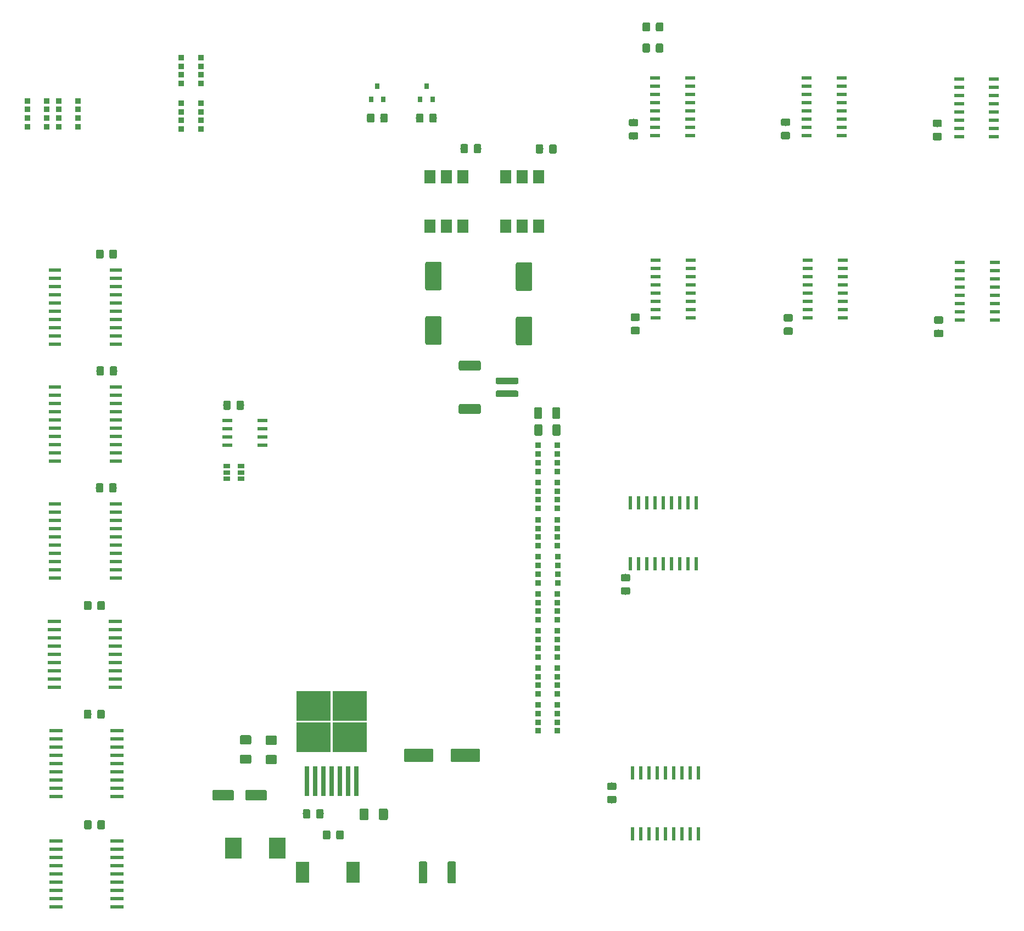
<source format=gbr>
G04 #@! TF.GenerationSoftware,KiCad,Pcbnew,5.1.4-e60b266~84~ubuntu18.04.1*
G04 #@! TF.CreationDate,2019-09-22T20:19:57-04:00*
G04 #@! TF.ProjectId,DE10nano interface,44453130-6e61-46e6-9f20-696e74657266,rev?*
G04 #@! TF.SameCoordinates,Original*
G04 #@! TF.FileFunction,Paste,Top*
G04 #@! TF.FilePolarity,Positive*
%FSLAX46Y46*%
G04 Gerber Fmt 4.6, Leading zero omitted, Abs format (unit mm)*
G04 Created by KiCad (PCBNEW 5.1.4-e60b266~84~ubuntu18.04.1) date 2019-09-22 20:19:57*
%MOMM*%
%LPD*%
G04 APERTURE LIST*
%ADD10R,1.500000X0.600000*%
%ADD11R,2.000000X0.600000*%
%ADD12R,0.600000X2.000000*%
%ADD13R,1.950000X0.600000*%
%ADD14C,0.100000*%
%ADD15C,1.600000*%
%ADD16C,1.425000*%
%ADD17C,2.100000*%
%ADD18R,2.000000X3.200000*%
%ADD19C,1.150000*%
%ADD20R,0.800000X4.600000*%
%ADD21R,5.250000X4.550000*%
%ADD22R,2.500000X3.300000*%
%ADD23R,1.780000X2.000000*%
%ADD24C,1.300000*%
%ADD25C,1.000000*%
%ADD26C,1.500000*%
%ADD27C,2.500000*%
%ADD28R,1.550000X0.600000*%
%ADD29R,0.900000X0.900000*%
%ADD30R,0.800000X0.900000*%
%ADD31C,1.250000*%
%ADD32R,1.060000X0.650000*%
G04 APERTURE END LIST*
D10*
X189686900Y-65854580D03*
X189686900Y-64584580D03*
X189686900Y-63314580D03*
X189686900Y-62044580D03*
X189686900Y-60774580D03*
X189686900Y-59504580D03*
X189686900Y-58234580D03*
X189686900Y-56964580D03*
X184286900Y-56964580D03*
X184286900Y-58234580D03*
X184286900Y-59504580D03*
X184286900Y-60774580D03*
X184286900Y-62044580D03*
X184286900Y-63314580D03*
X184286900Y-64584580D03*
X184286900Y-65854580D03*
X207766660Y-66164460D03*
X207766660Y-64894460D03*
X207766660Y-63624460D03*
X207766660Y-62354460D03*
X207766660Y-61084460D03*
X207766660Y-59814460D03*
X207766660Y-58544460D03*
X207766660Y-57274460D03*
X213166660Y-57274460D03*
X213166660Y-58544460D03*
X213166660Y-59814460D03*
X213166660Y-61084460D03*
X213166660Y-62354460D03*
X213166660Y-63624460D03*
X213166660Y-64894460D03*
X213166660Y-66164460D03*
X166273180Y-65819020D03*
X166273180Y-64549020D03*
X166273180Y-63279020D03*
X166273180Y-62009020D03*
X166273180Y-60739020D03*
X166273180Y-59469020D03*
X166273180Y-58199020D03*
X166273180Y-56929020D03*
X160873180Y-56929020D03*
X160873180Y-58199020D03*
X160873180Y-59469020D03*
X160873180Y-60739020D03*
X160873180Y-62009020D03*
X160873180Y-63279020D03*
X160873180Y-64549020D03*
X160873180Y-65819020D03*
X160758880Y-37764720D03*
X160758880Y-36494720D03*
X160758880Y-35224720D03*
X160758880Y-33954720D03*
X160758880Y-32684720D03*
X160758880Y-31414720D03*
X160758880Y-30144720D03*
X160758880Y-28874720D03*
X166158880Y-28874720D03*
X166158880Y-30144720D03*
X166158880Y-31414720D03*
X166158880Y-32684720D03*
X166158880Y-33954720D03*
X166158880Y-35224720D03*
X166158880Y-36494720D03*
X166158880Y-37764720D03*
X213042200Y-37896800D03*
X213042200Y-36626800D03*
X213042200Y-35356800D03*
X213042200Y-34086800D03*
X213042200Y-32816800D03*
X213042200Y-31546800D03*
X213042200Y-30276800D03*
X213042200Y-29006800D03*
X207642200Y-29006800D03*
X207642200Y-30276800D03*
X207642200Y-31546800D03*
X207642200Y-32816800D03*
X207642200Y-34086800D03*
X207642200Y-35356800D03*
X207642200Y-36626800D03*
X207642200Y-37896800D03*
X184167520Y-37777420D03*
X184167520Y-36507420D03*
X184167520Y-35237420D03*
X184167520Y-33967420D03*
X184167520Y-32697420D03*
X184167520Y-31427420D03*
X184167520Y-30157420D03*
X184167520Y-28887420D03*
X189567520Y-28887420D03*
X189567520Y-30157420D03*
X189567520Y-31427420D03*
X189567520Y-32697420D03*
X189567520Y-33967420D03*
X189567520Y-35237420D03*
X189567520Y-36507420D03*
X189567520Y-37777420D03*
D11*
X68355200Y-139687300D03*
X68355200Y-138417300D03*
X68355200Y-137147300D03*
X68355200Y-135877300D03*
X68355200Y-134607300D03*
X68355200Y-133337300D03*
X68355200Y-132067300D03*
X68355200Y-130797300D03*
X68355200Y-129527300D03*
X77755200Y-129527300D03*
X77755200Y-130797300D03*
X77755200Y-132067300D03*
X77755200Y-133337300D03*
X77755200Y-134607300D03*
X77755200Y-135877300D03*
X77755200Y-137147300D03*
X77755200Y-138417300D03*
X77755200Y-139687300D03*
D12*
X167121840Y-103757460D03*
X165851840Y-103757460D03*
X164581840Y-103757460D03*
X163311840Y-103757460D03*
X162041840Y-103757460D03*
X160771840Y-103757460D03*
X159501840Y-103757460D03*
X158231840Y-103757460D03*
X156961840Y-103757460D03*
X156961840Y-94357460D03*
X158231840Y-94357460D03*
X159501840Y-94357460D03*
X160771840Y-94357460D03*
X162041840Y-94357460D03*
X163311840Y-94357460D03*
X164581840Y-94357460D03*
X165851840Y-94357460D03*
X167121840Y-94357460D03*
X157337760Y-145400760D03*
X158607760Y-145400760D03*
X159877760Y-145400760D03*
X161147760Y-145400760D03*
X162417760Y-145400760D03*
X163687760Y-145400760D03*
X164957760Y-145400760D03*
X166227760Y-145400760D03*
X167497760Y-145400760D03*
X167497760Y-136000760D03*
X166227760Y-136000760D03*
X164957760Y-136000760D03*
X163687760Y-136000760D03*
X162417760Y-136000760D03*
X161147760Y-136000760D03*
X159877760Y-136000760D03*
X158607760Y-136000760D03*
X157337760Y-136000760D03*
D13*
X68228200Y-76479400D03*
X68228200Y-77749400D03*
X68228200Y-79019400D03*
X68228200Y-80289400D03*
X68228200Y-81559400D03*
X68228200Y-82829400D03*
X68228200Y-84099400D03*
X68228200Y-85369400D03*
X68228200Y-86639400D03*
X68228200Y-87909400D03*
X77628200Y-87909400D03*
X77628200Y-86639400D03*
X77628200Y-85369400D03*
X77628200Y-84099400D03*
X77628200Y-82829400D03*
X77628200Y-81559400D03*
X77628200Y-80289400D03*
X77628200Y-79019400D03*
X77628200Y-77749400D03*
X77628200Y-76479400D03*
X68228200Y-58470800D03*
X68228200Y-59740800D03*
X68228200Y-61010800D03*
X68228200Y-62280800D03*
X68228200Y-63550800D03*
X68228200Y-64820800D03*
X68228200Y-66090800D03*
X68228200Y-67360800D03*
X68228200Y-68630800D03*
X68228200Y-69900800D03*
X77628200Y-69900800D03*
X77628200Y-68630800D03*
X77628200Y-67360800D03*
X77628200Y-66090800D03*
X77628200Y-64820800D03*
X77628200Y-63550800D03*
X77628200Y-62280800D03*
X77628200Y-61010800D03*
X77628200Y-59740800D03*
X77628200Y-58470800D03*
X77653600Y-94564200D03*
X77653600Y-95834200D03*
X77653600Y-97104200D03*
X77653600Y-98374200D03*
X77653600Y-99644200D03*
X77653600Y-100914200D03*
X77653600Y-102184200D03*
X77653600Y-103454200D03*
X77653600Y-104724200D03*
X77653600Y-105994200D03*
X68253600Y-105994200D03*
X68253600Y-104724200D03*
X68253600Y-103454200D03*
X68253600Y-102184200D03*
X68253600Y-100914200D03*
X68253600Y-99644200D03*
X68253600Y-98374200D03*
X68253600Y-97104200D03*
X68253600Y-95834200D03*
X68253600Y-94564200D03*
D11*
X77755200Y-156705300D03*
X77755200Y-155435300D03*
X77755200Y-154165300D03*
X77755200Y-152895300D03*
X77755200Y-151625300D03*
X77755200Y-150355300D03*
X77755200Y-149085300D03*
X77755200Y-147815300D03*
X77755200Y-146545300D03*
X68355200Y-146545300D03*
X68355200Y-147815300D03*
X68355200Y-149085300D03*
X68355200Y-150355300D03*
X68355200Y-151625300D03*
X68355200Y-152895300D03*
X68355200Y-154165300D03*
X68355200Y-155435300D03*
X68355200Y-156705300D03*
D14*
G36*
X95589765Y-138687842D02*
G01*
X95613995Y-138691436D01*
X95637755Y-138697388D01*
X95660818Y-138705640D01*
X95682961Y-138716112D01*
X95703970Y-138728705D01*
X95723645Y-138743297D01*
X95741794Y-138759746D01*
X95758243Y-138777895D01*
X95772835Y-138797570D01*
X95785428Y-138818579D01*
X95795900Y-138840722D01*
X95804152Y-138863785D01*
X95810104Y-138887545D01*
X95813698Y-138911775D01*
X95814900Y-138936240D01*
X95814900Y-140037040D01*
X95813698Y-140061505D01*
X95810104Y-140085735D01*
X95804152Y-140109495D01*
X95795900Y-140132558D01*
X95785428Y-140154701D01*
X95772835Y-140175710D01*
X95758243Y-140195385D01*
X95741794Y-140213534D01*
X95723645Y-140229983D01*
X95703970Y-140244575D01*
X95682961Y-140257168D01*
X95660818Y-140267640D01*
X95637755Y-140275892D01*
X95613995Y-140281844D01*
X95589765Y-140285438D01*
X95565300Y-140286640D01*
X92739500Y-140286640D01*
X92715035Y-140285438D01*
X92690805Y-140281844D01*
X92667045Y-140275892D01*
X92643982Y-140267640D01*
X92621839Y-140257168D01*
X92600830Y-140244575D01*
X92581155Y-140229983D01*
X92563006Y-140213534D01*
X92546557Y-140195385D01*
X92531965Y-140175710D01*
X92519372Y-140154701D01*
X92508900Y-140132558D01*
X92500648Y-140109495D01*
X92494696Y-140085735D01*
X92491102Y-140061505D01*
X92489900Y-140037040D01*
X92489900Y-138936240D01*
X92491102Y-138911775D01*
X92494696Y-138887545D01*
X92500648Y-138863785D01*
X92508900Y-138840722D01*
X92519372Y-138818579D01*
X92531965Y-138797570D01*
X92546557Y-138777895D01*
X92563006Y-138759746D01*
X92581155Y-138743297D01*
X92600830Y-138728705D01*
X92621839Y-138716112D01*
X92643982Y-138705640D01*
X92667045Y-138697388D01*
X92690805Y-138691436D01*
X92715035Y-138687842D01*
X92739500Y-138686640D01*
X95565300Y-138686640D01*
X95589765Y-138687842D01*
X95589765Y-138687842D01*
G37*
D15*
X94152400Y-139486640D03*
D14*
G36*
X100664404Y-138687844D02*
G01*
X100688673Y-138691444D01*
X100712471Y-138697405D01*
X100735571Y-138705670D01*
X100757749Y-138716160D01*
X100778793Y-138728773D01*
X100798498Y-138743387D01*
X100816677Y-138759863D01*
X100833153Y-138778042D01*
X100847767Y-138797747D01*
X100860380Y-138818791D01*
X100870870Y-138840969D01*
X100879135Y-138864069D01*
X100885096Y-138887867D01*
X100888696Y-138912136D01*
X100889900Y-138936640D01*
X100889900Y-140036640D01*
X100888696Y-140061144D01*
X100885096Y-140085413D01*
X100879135Y-140109211D01*
X100870870Y-140132311D01*
X100860380Y-140154489D01*
X100847767Y-140175533D01*
X100833153Y-140195238D01*
X100816677Y-140213417D01*
X100798498Y-140229893D01*
X100778793Y-140244507D01*
X100757749Y-140257120D01*
X100735571Y-140267610D01*
X100712471Y-140275875D01*
X100688673Y-140281836D01*
X100664404Y-140285436D01*
X100639900Y-140286640D01*
X97814900Y-140286640D01*
X97790396Y-140285436D01*
X97766127Y-140281836D01*
X97742329Y-140275875D01*
X97719229Y-140267610D01*
X97697051Y-140257120D01*
X97676007Y-140244507D01*
X97656302Y-140229893D01*
X97638123Y-140213417D01*
X97621647Y-140195238D01*
X97607033Y-140175533D01*
X97594420Y-140154489D01*
X97583930Y-140132311D01*
X97575665Y-140109211D01*
X97569704Y-140085413D01*
X97566104Y-140061144D01*
X97564900Y-140036640D01*
X97564900Y-138936640D01*
X97566104Y-138912136D01*
X97569704Y-138887867D01*
X97575665Y-138864069D01*
X97583930Y-138840969D01*
X97594420Y-138818791D01*
X97607033Y-138797747D01*
X97621647Y-138778042D01*
X97638123Y-138759863D01*
X97656302Y-138743387D01*
X97676007Y-138728773D01*
X97697051Y-138716160D01*
X97719229Y-138705670D01*
X97742329Y-138697405D01*
X97766127Y-138691444D01*
X97790396Y-138687844D01*
X97814900Y-138686640D01*
X100639900Y-138686640D01*
X100664404Y-138687844D01*
X100664404Y-138687844D01*
G37*
D15*
X99227400Y-139486640D03*
D14*
G36*
X98279204Y-133211804D02*
G01*
X98303473Y-133215404D01*
X98327271Y-133221365D01*
X98350371Y-133229630D01*
X98372549Y-133240120D01*
X98393593Y-133252733D01*
X98413298Y-133267347D01*
X98431477Y-133283823D01*
X98447953Y-133302002D01*
X98462567Y-133321707D01*
X98475180Y-133342751D01*
X98485670Y-133364929D01*
X98493935Y-133388029D01*
X98499896Y-133411827D01*
X98503496Y-133436096D01*
X98504700Y-133460600D01*
X98504700Y-134385600D01*
X98503496Y-134410104D01*
X98499896Y-134434373D01*
X98493935Y-134458171D01*
X98485670Y-134481271D01*
X98475180Y-134503449D01*
X98462567Y-134524493D01*
X98447953Y-134544198D01*
X98431477Y-134562377D01*
X98413298Y-134578853D01*
X98393593Y-134593467D01*
X98372549Y-134606080D01*
X98350371Y-134616570D01*
X98327271Y-134624835D01*
X98303473Y-134630796D01*
X98279204Y-134634396D01*
X98254700Y-134635600D01*
X97004700Y-134635600D01*
X96980196Y-134634396D01*
X96955927Y-134630796D01*
X96932129Y-134624835D01*
X96909029Y-134616570D01*
X96886851Y-134606080D01*
X96865807Y-134593467D01*
X96846102Y-134578853D01*
X96827923Y-134562377D01*
X96811447Y-134544198D01*
X96796833Y-134524493D01*
X96784220Y-134503449D01*
X96773730Y-134481271D01*
X96765465Y-134458171D01*
X96759504Y-134434373D01*
X96755904Y-134410104D01*
X96754700Y-134385600D01*
X96754700Y-133460600D01*
X96755904Y-133436096D01*
X96759504Y-133411827D01*
X96765465Y-133388029D01*
X96773730Y-133364929D01*
X96784220Y-133342751D01*
X96796833Y-133321707D01*
X96811447Y-133302002D01*
X96827923Y-133283823D01*
X96846102Y-133267347D01*
X96865807Y-133252733D01*
X96886851Y-133240120D01*
X96909029Y-133229630D01*
X96932129Y-133221365D01*
X96955927Y-133215404D01*
X96980196Y-133211804D01*
X97004700Y-133210600D01*
X98254700Y-133210600D01*
X98279204Y-133211804D01*
X98279204Y-133211804D01*
G37*
D16*
X97629700Y-133923100D03*
D14*
G36*
X98279204Y-130236804D02*
G01*
X98303473Y-130240404D01*
X98327271Y-130246365D01*
X98350371Y-130254630D01*
X98372549Y-130265120D01*
X98393593Y-130277733D01*
X98413298Y-130292347D01*
X98431477Y-130308823D01*
X98447953Y-130327002D01*
X98462567Y-130346707D01*
X98475180Y-130367751D01*
X98485670Y-130389929D01*
X98493935Y-130413029D01*
X98499896Y-130436827D01*
X98503496Y-130461096D01*
X98504700Y-130485600D01*
X98504700Y-131410600D01*
X98503496Y-131435104D01*
X98499896Y-131459373D01*
X98493935Y-131483171D01*
X98485670Y-131506271D01*
X98475180Y-131528449D01*
X98462567Y-131549493D01*
X98447953Y-131569198D01*
X98431477Y-131587377D01*
X98413298Y-131603853D01*
X98393593Y-131618467D01*
X98372549Y-131631080D01*
X98350371Y-131641570D01*
X98327271Y-131649835D01*
X98303473Y-131655796D01*
X98279204Y-131659396D01*
X98254700Y-131660600D01*
X97004700Y-131660600D01*
X96980196Y-131659396D01*
X96955927Y-131655796D01*
X96932129Y-131649835D01*
X96909029Y-131641570D01*
X96886851Y-131631080D01*
X96865807Y-131618467D01*
X96846102Y-131603853D01*
X96827923Y-131587377D01*
X96811447Y-131569198D01*
X96796833Y-131549493D01*
X96784220Y-131528449D01*
X96773730Y-131506271D01*
X96765465Y-131483171D01*
X96759504Y-131459373D01*
X96755904Y-131435104D01*
X96754700Y-131410600D01*
X96754700Y-130485600D01*
X96755904Y-130461096D01*
X96759504Y-130436827D01*
X96765465Y-130413029D01*
X96773730Y-130389929D01*
X96784220Y-130367751D01*
X96796833Y-130346707D01*
X96811447Y-130327002D01*
X96827923Y-130308823D01*
X96846102Y-130292347D01*
X96865807Y-130277733D01*
X96886851Y-130265120D01*
X96909029Y-130254630D01*
X96932129Y-130246365D01*
X96955927Y-130240404D01*
X96980196Y-130236804D01*
X97004700Y-130235600D01*
X98254700Y-130235600D01*
X98279204Y-130236804D01*
X98279204Y-130236804D01*
G37*
D16*
X97629700Y-130948100D03*
D14*
G36*
X102223824Y-130297764D02*
G01*
X102248093Y-130301364D01*
X102271891Y-130307325D01*
X102294991Y-130315590D01*
X102317169Y-130326080D01*
X102338213Y-130338693D01*
X102357918Y-130353307D01*
X102376097Y-130369783D01*
X102392573Y-130387962D01*
X102407187Y-130407667D01*
X102419800Y-130428711D01*
X102430290Y-130450889D01*
X102438555Y-130473989D01*
X102444516Y-130497787D01*
X102448116Y-130522056D01*
X102449320Y-130546560D01*
X102449320Y-131471560D01*
X102448116Y-131496064D01*
X102444516Y-131520333D01*
X102438555Y-131544131D01*
X102430290Y-131567231D01*
X102419800Y-131589409D01*
X102407187Y-131610453D01*
X102392573Y-131630158D01*
X102376097Y-131648337D01*
X102357918Y-131664813D01*
X102338213Y-131679427D01*
X102317169Y-131692040D01*
X102294991Y-131702530D01*
X102271891Y-131710795D01*
X102248093Y-131716756D01*
X102223824Y-131720356D01*
X102199320Y-131721560D01*
X100949320Y-131721560D01*
X100924816Y-131720356D01*
X100900547Y-131716756D01*
X100876749Y-131710795D01*
X100853649Y-131702530D01*
X100831471Y-131692040D01*
X100810427Y-131679427D01*
X100790722Y-131664813D01*
X100772543Y-131648337D01*
X100756067Y-131630158D01*
X100741453Y-131610453D01*
X100728840Y-131589409D01*
X100718350Y-131567231D01*
X100710085Y-131544131D01*
X100704124Y-131520333D01*
X100700524Y-131496064D01*
X100699320Y-131471560D01*
X100699320Y-130546560D01*
X100700524Y-130522056D01*
X100704124Y-130497787D01*
X100710085Y-130473989D01*
X100718350Y-130450889D01*
X100728840Y-130428711D01*
X100741453Y-130407667D01*
X100756067Y-130387962D01*
X100772543Y-130369783D01*
X100790722Y-130353307D01*
X100810427Y-130338693D01*
X100831471Y-130326080D01*
X100853649Y-130315590D01*
X100876749Y-130307325D01*
X100900547Y-130301364D01*
X100924816Y-130297764D01*
X100949320Y-130296560D01*
X102199320Y-130296560D01*
X102223824Y-130297764D01*
X102223824Y-130297764D01*
G37*
D16*
X101574320Y-131009060D03*
D14*
G36*
X102223824Y-133272764D02*
G01*
X102248093Y-133276364D01*
X102271891Y-133282325D01*
X102294991Y-133290590D01*
X102317169Y-133301080D01*
X102338213Y-133313693D01*
X102357918Y-133328307D01*
X102376097Y-133344783D01*
X102392573Y-133362962D01*
X102407187Y-133382667D01*
X102419800Y-133403711D01*
X102430290Y-133425889D01*
X102438555Y-133448989D01*
X102444516Y-133472787D01*
X102448116Y-133497056D01*
X102449320Y-133521560D01*
X102449320Y-134446560D01*
X102448116Y-134471064D01*
X102444516Y-134495333D01*
X102438555Y-134519131D01*
X102430290Y-134542231D01*
X102419800Y-134564409D01*
X102407187Y-134585453D01*
X102392573Y-134605158D01*
X102376097Y-134623337D01*
X102357918Y-134639813D01*
X102338213Y-134654427D01*
X102317169Y-134667040D01*
X102294991Y-134677530D01*
X102271891Y-134685795D01*
X102248093Y-134691756D01*
X102223824Y-134695356D01*
X102199320Y-134696560D01*
X100949320Y-134696560D01*
X100924816Y-134695356D01*
X100900547Y-134691756D01*
X100876749Y-134685795D01*
X100853649Y-134677530D01*
X100831471Y-134667040D01*
X100810427Y-134654427D01*
X100790722Y-134639813D01*
X100772543Y-134623337D01*
X100756067Y-134605158D01*
X100741453Y-134585453D01*
X100728840Y-134564409D01*
X100718350Y-134542231D01*
X100710085Y-134519131D01*
X100704124Y-134495333D01*
X100700524Y-134471064D01*
X100699320Y-134446560D01*
X100699320Y-133521560D01*
X100700524Y-133497056D01*
X100704124Y-133472787D01*
X100710085Y-133448989D01*
X100718350Y-133425889D01*
X100728840Y-133403711D01*
X100741453Y-133382667D01*
X100756067Y-133362962D01*
X100772543Y-133344783D01*
X100790722Y-133328307D01*
X100810427Y-133313693D01*
X100831471Y-133301080D01*
X100853649Y-133290590D01*
X100876749Y-133282325D01*
X100900547Y-133276364D01*
X100924816Y-133272764D01*
X100949320Y-133271560D01*
X102199320Y-133271560D01*
X102223824Y-133272764D01*
X102223824Y-133272764D01*
G37*
D16*
X101574320Y-133984060D03*
D14*
G36*
X116377704Y-141544004D02*
G01*
X116401973Y-141547604D01*
X116425771Y-141553565D01*
X116448871Y-141561830D01*
X116471049Y-141572320D01*
X116492093Y-141584933D01*
X116511798Y-141599547D01*
X116529977Y-141616023D01*
X116546453Y-141634202D01*
X116561067Y-141653907D01*
X116573680Y-141674951D01*
X116584170Y-141697129D01*
X116592435Y-141720229D01*
X116598396Y-141744027D01*
X116601996Y-141768296D01*
X116603200Y-141792800D01*
X116603200Y-143042800D01*
X116601996Y-143067304D01*
X116598396Y-143091573D01*
X116592435Y-143115371D01*
X116584170Y-143138471D01*
X116573680Y-143160649D01*
X116561067Y-143181693D01*
X116546453Y-143201398D01*
X116529977Y-143219577D01*
X116511798Y-143236053D01*
X116492093Y-143250667D01*
X116471049Y-143263280D01*
X116448871Y-143273770D01*
X116425771Y-143282035D01*
X116401973Y-143287996D01*
X116377704Y-143291596D01*
X116353200Y-143292800D01*
X115428200Y-143292800D01*
X115403696Y-143291596D01*
X115379427Y-143287996D01*
X115355629Y-143282035D01*
X115332529Y-143273770D01*
X115310351Y-143263280D01*
X115289307Y-143250667D01*
X115269602Y-143236053D01*
X115251423Y-143219577D01*
X115234947Y-143201398D01*
X115220333Y-143181693D01*
X115207720Y-143160649D01*
X115197230Y-143138471D01*
X115188965Y-143115371D01*
X115183004Y-143091573D01*
X115179404Y-143067304D01*
X115178200Y-143042800D01*
X115178200Y-141792800D01*
X115179404Y-141768296D01*
X115183004Y-141744027D01*
X115188965Y-141720229D01*
X115197230Y-141697129D01*
X115207720Y-141674951D01*
X115220333Y-141653907D01*
X115234947Y-141634202D01*
X115251423Y-141616023D01*
X115269602Y-141599547D01*
X115289307Y-141584933D01*
X115310351Y-141572320D01*
X115332529Y-141561830D01*
X115355629Y-141553565D01*
X115379427Y-141547604D01*
X115403696Y-141544004D01*
X115428200Y-141542800D01*
X116353200Y-141542800D01*
X116377704Y-141544004D01*
X116377704Y-141544004D01*
G37*
D16*
X115890700Y-142417800D03*
D14*
G36*
X119352704Y-141544004D02*
G01*
X119376973Y-141547604D01*
X119400771Y-141553565D01*
X119423871Y-141561830D01*
X119446049Y-141572320D01*
X119467093Y-141584933D01*
X119486798Y-141599547D01*
X119504977Y-141616023D01*
X119521453Y-141634202D01*
X119536067Y-141653907D01*
X119548680Y-141674951D01*
X119559170Y-141697129D01*
X119567435Y-141720229D01*
X119573396Y-141744027D01*
X119576996Y-141768296D01*
X119578200Y-141792800D01*
X119578200Y-143042800D01*
X119576996Y-143067304D01*
X119573396Y-143091573D01*
X119567435Y-143115371D01*
X119559170Y-143138471D01*
X119548680Y-143160649D01*
X119536067Y-143181693D01*
X119521453Y-143201398D01*
X119504977Y-143219577D01*
X119486798Y-143236053D01*
X119467093Y-143250667D01*
X119446049Y-143263280D01*
X119423871Y-143273770D01*
X119400771Y-143282035D01*
X119376973Y-143287996D01*
X119352704Y-143291596D01*
X119328200Y-143292800D01*
X118403200Y-143292800D01*
X118378696Y-143291596D01*
X118354427Y-143287996D01*
X118330629Y-143282035D01*
X118307529Y-143273770D01*
X118285351Y-143263280D01*
X118264307Y-143250667D01*
X118244602Y-143236053D01*
X118226423Y-143219577D01*
X118209947Y-143201398D01*
X118195333Y-143181693D01*
X118182720Y-143160649D01*
X118172230Y-143138471D01*
X118163965Y-143115371D01*
X118158004Y-143091573D01*
X118154404Y-143067304D01*
X118153200Y-143042800D01*
X118153200Y-141792800D01*
X118154404Y-141768296D01*
X118158004Y-141744027D01*
X118163965Y-141720229D01*
X118172230Y-141697129D01*
X118182720Y-141674951D01*
X118195333Y-141653907D01*
X118209947Y-141634202D01*
X118226423Y-141616023D01*
X118244602Y-141599547D01*
X118264307Y-141584933D01*
X118285351Y-141572320D01*
X118307529Y-141561830D01*
X118330629Y-141553565D01*
X118354427Y-141547604D01*
X118378696Y-141544004D01*
X118403200Y-141542800D01*
X119328200Y-141542800D01*
X119352704Y-141544004D01*
X119352704Y-141544004D01*
G37*
D16*
X118865700Y-142417800D03*
D14*
G36*
X126343794Y-132288503D02*
G01*
X126368053Y-132292102D01*
X126391842Y-132298061D01*
X126414933Y-132306323D01*
X126437102Y-132316808D01*
X126458137Y-132329416D01*
X126477835Y-132344025D01*
X126496006Y-132360494D01*
X126512475Y-132378665D01*
X126527084Y-132398363D01*
X126539692Y-132419398D01*
X126550177Y-132441567D01*
X126558439Y-132464658D01*
X126564398Y-132488447D01*
X126567997Y-132512706D01*
X126569200Y-132537200D01*
X126569200Y-134137400D01*
X126567997Y-134161894D01*
X126564398Y-134186153D01*
X126558439Y-134209942D01*
X126550177Y-134233033D01*
X126539692Y-134255202D01*
X126527084Y-134276237D01*
X126512475Y-134295935D01*
X126496006Y-134314106D01*
X126477835Y-134330575D01*
X126458137Y-134345184D01*
X126437102Y-134357792D01*
X126414933Y-134368277D01*
X126391842Y-134376539D01*
X126368053Y-134382498D01*
X126343794Y-134386097D01*
X126319300Y-134387300D01*
X122319100Y-134387300D01*
X122294606Y-134386097D01*
X122270347Y-134382498D01*
X122246558Y-134376539D01*
X122223467Y-134368277D01*
X122201298Y-134357792D01*
X122180263Y-134345184D01*
X122160565Y-134330575D01*
X122142394Y-134314106D01*
X122125925Y-134295935D01*
X122111316Y-134276237D01*
X122098708Y-134255202D01*
X122088223Y-134233033D01*
X122079961Y-134209942D01*
X122074002Y-134186153D01*
X122070403Y-134161894D01*
X122069200Y-134137400D01*
X122069200Y-132537200D01*
X122070403Y-132512706D01*
X122074002Y-132488447D01*
X122079961Y-132464658D01*
X122088223Y-132441567D01*
X122098708Y-132419398D01*
X122111316Y-132398363D01*
X122125925Y-132378665D01*
X122142394Y-132360494D01*
X122160565Y-132344025D01*
X122180263Y-132329416D01*
X122201298Y-132316808D01*
X122223467Y-132306323D01*
X122246558Y-132298061D01*
X122270347Y-132292102D01*
X122294606Y-132288503D01*
X122319100Y-132287300D01*
X126319300Y-132287300D01*
X126343794Y-132288503D01*
X126343794Y-132288503D01*
G37*
D17*
X124319200Y-133337300D03*
D14*
G36*
X133543704Y-132288504D02*
G01*
X133567973Y-132292104D01*
X133591771Y-132298065D01*
X133614871Y-132306330D01*
X133637049Y-132316820D01*
X133658093Y-132329433D01*
X133677798Y-132344047D01*
X133695977Y-132360523D01*
X133712453Y-132378702D01*
X133727067Y-132398407D01*
X133739680Y-132419451D01*
X133750170Y-132441629D01*
X133758435Y-132464729D01*
X133764396Y-132488527D01*
X133767996Y-132512796D01*
X133769200Y-132537300D01*
X133769200Y-134137300D01*
X133767996Y-134161804D01*
X133764396Y-134186073D01*
X133758435Y-134209871D01*
X133750170Y-134232971D01*
X133739680Y-134255149D01*
X133727067Y-134276193D01*
X133712453Y-134295898D01*
X133695977Y-134314077D01*
X133677798Y-134330553D01*
X133658093Y-134345167D01*
X133637049Y-134357780D01*
X133614871Y-134368270D01*
X133591771Y-134376535D01*
X133567973Y-134382496D01*
X133543704Y-134386096D01*
X133519200Y-134387300D01*
X129519200Y-134387300D01*
X129494696Y-134386096D01*
X129470427Y-134382496D01*
X129446629Y-134376535D01*
X129423529Y-134368270D01*
X129401351Y-134357780D01*
X129380307Y-134345167D01*
X129360602Y-134330553D01*
X129342423Y-134314077D01*
X129325947Y-134295898D01*
X129311333Y-134276193D01*
X129298720Y-134255149D01*
X129288230Y-134232971D01*
X129279965Y-134209871D01*
X129274004Y-134186073D01*
X129270404Y-134161804D01*
X129269200Y-134137300D01*
X129269200Y-132537300D01*
X129270404Y-132512796D01*
X129274004Y-132488527D01*
X129279965Y-132464729D01*
X129288230Y-132441629D01*
X129298720Y-132419451D01*
X129311333Y-132398407D01*
X129325947Y-132378702D01*
X129342423Y-132360523D01*
X129360602Y-132344047D01*
X129380307Y-132329433D01*
X129401351Y-132316820D01*
X129423529Y-132306330D01*
X129446629Y-132298065D01*
X129470427Y-132292104D01*
X129494696Y-132288504D01*
X129519200Y-132287300D01*
X133519200Y-132287300D01*
X133543704Y-132288504D01*
X133543704Y-132288504D01*
G37*
D17*
X131519200Y-133337300D03*
D18*
X106429700Y-151371300D03*
X114229700Y-151371300D03*
D14*
G36*
X112529705Y-144894004D02*
G01*
X112553973Y-144897604D01*
X112577772Y-144903565D01*
X112600871Y-144911830D01*
X112623050Y-144922320D01*
X112644093Y-144934932D01*
X112663799Y-144949547D01*
X112681977Y-144966023D01*
X112698453Y-144984201D01*
X112713068Y-145003907D01*
X112725680Y-145024950D01*
X112736170Y-145047129D01*
X112744435Y-145070228D01*
X112750396Y-145094027D01*
X112753996Y-145118295D01*
X112755200Y-145142799D01*
X112755200Y-146042801D01*
X112753996Y-146067305D01*
X112750396Y-146091573D01*
X112744435Y-146115372D01*
X112736170Y-146138471D01*
X112725680Y-146160650D01*
X112713068Y-146181693D01*
X112698453Y-146201399D01*
X112681977Y-146219577D01*
X112663799Y-146236053D01*
X112644093Y-146250668D01*
X112623050Y-146263280D01*
X112600871Y-146273770D01*
X112577772Y-146282035D01*
X112553973Y-146287996D01*
X112529705Y-146291596D01*
X112505201Y-146292800D01*
X111855199Y-146292800D01*
X111830695Y-146291596D01*
X111806427Y-146287996D01*
X111782628Y-146282035D01*
X111759529Y-146273770D01*
X111737350Y-146263280D01*
X111716307Y-146250668D01*
X111696601Y-146236053D01*
X111678423Y-146219577D01*
X111661947Y-146201399D01*
X111647332Y-146181693D01*
X111634720Y-146160650D01*
X111624230Y-146138471D01*
X111615965Y-146115372D01*
X111610004Y-146091573D01*
X111606404Y-146067305D01*
X111605200Y-146042801D01*
X111605200Y-145142799D01*
X111606404Y-145118295D01*
X111610004Y-145094027D01*
X111615965Y-145070228D01*
X111624230Y-145047129D01*
X111634720Y-145024950D01*
X111647332Y-145003907D01*
X111661947Y-144984201D01*
X111678423Y-144966023D01*
X111696601Y-144949547D01*
X111716307Y-144934932D01*
X111737350Y-144922320D01*
X111759529Y-144911830D01*
X111782628Y-144903565D01*
X111806427Y-144897604D01*
X111830695Y-144894004D01*
X111855199Y-144892800D01*
X112505201Y-144892800D01*
X112529705Y-144894004D01*
X112529705Y-144894004D01*
G37*
D19*
X112180200Y-145592800D03*
D14*
G36*
X110479705Y-144894004D02*
G01*
X110503973Y-144897604D01*
X110527772Y-144903565D01*
X110550871Y-144911830D01*
X110573050Y-144922320D01*
X110594093Y-144934932D01*
X110613799Y-144949547D01*
X110631977Y-144966023D01*
X110648453Y-144984201D01*
X110663068Y-145003907D01*
X110675680Y-145024950D01*
X110686170Y-145047129D01*
X110694435Y-145070228D01*
X110700396Y-145094027D01*
X110703996Y-145118295D01*
X110705200Y-145142799D01*
X110705200Y-146042801D01*
X110703996Y-146067305D01*
X110700396Y-146091573D01*
X110694435Y-146115372D01*
X110686170Y-146138471D01*
X110675680Y-146160650D01*
X110663068Y-146181693D01*
X110648453Y-146201399D01*
X110631977Y-146219577D01*
X110613799Y-146236053D01*
X110594093Y-146250668D01*
X110573050Y-146263280D01*
X110550871Y-146273770D01*
X110527772Y-146282035D01*
X110503973Y-146287996D01*
X110479705Y-146291596D01*
X110455201Y-146292800D01*
X109805199Y-146292800D01*
X109780695Y-146291596D01*
X109756427Y-146287996D01*
X109732628Y-146282035D01*
X109709529Y-146273770D01*
X109687350Y-146263280D01*
X109666307Y-146250668D01*
X109646601Y-146236053D01*
X109628423Y-146219577D01*
X109611947Y-146201399D01*
X109597332Y-146181693D01*
X109584720Y-146160650D01*
X109574230Y-146138471D01*
X109565965Y-146115372D01*
X109560004Y-146091573D01*
X109556404Y-146067305D01*
X109555200Y-146042801D01*
X109555200Y-145142799D01*
X109556404Y-145118295D01*
X109560004Y-145094027D01*
X109565965Y-145070228D01*
X109574230Y-145047129D01*
X109584720Y-145024950D01*
X109597332Y-145003907D01*
X109611947Y-144984201D01*
X109628423Y-144966023D01*
X109646601Y-144949547D01*
X109666307Y-144934932D01*
X109687350Y-144922320D01*
X109709529Y-144911830D01*
X109732628Y-144903565D01*
X109756427Y-144897604D01*
X109780695Y-144894004D01*
X109805199Y-144892800D01*
X110455201Y-144892800D01*
X110479705Y-144894004D01*
X110479705Y-144894004D01*
G37*
D19*
X110130200Y-145592800D03*
D20*
X107078183Y-137292343D03*
X108348183Y-137292343D03*
X109618183Y-137292343D03*
X110888183Y-137292343D03*
X112158183Y-137292343D03*
X113428183Y-137292343D03*
X114698183Y-137292343D03*
D21*
X113663183Y-125717343D03*
X108113183Y-130567343D03*
X108113183Y-125717343D03*
X113663183Y-130567343D03*
D22*
X102553183Y-147629343D03*
X95753183Y-147629343D03*
D23*
X142841700Y-51739800D03*
X137761700Y-44119800D03*
X140301700Y-51739800D03*
X140301700Y-44119800D03*
X137761700Y-51739800D03*
X142841700Y-44119800D03*
X131094200Y-44119800D03*
X126014200Y-51739800D03*
X128554200Y-44119800D03*
X128554200Y-51739800D03*
X126014200Y-44119800D03*
X131094200Y-51739800D03*
D14*
G36*
X143309205Y-39103004D02*
G01*
X143333473Y-39106604D01*
X143357272Y-39112565D01*
X143380371Y-39120830D01*
X143402550Y-39131320D01*
X143423593Y-39143932D01*
X143443299Y-39158547D01*
X143461477Y-39175023D01*
X143477953Y-39193201D01*
X143492568Y-39212907D01*
X143505180Y-39233950D01*
X143515670Y-39256129D01*
X143523935Y-39279228D01*
X143529896Y-39303027D01*
X143533496Y-39327295D01*
X143534700Y-39351799D01*
X143534700Y-40251801D01*
X143533496Y-40276305D01*
X143529896Y-40300573D01*
X143523935Y-40324372D01*
X143515670Y-40347471D01*
X143505180Y-40369650D01*
X143492568Y-40390693D01*
X143477953Y-40410399D01*
X143461477Y-40428577D01*
X143443299Y-40445053D01*
X143423593Y-40459668D01*
X143402550Y-40472280D01*
X143380371Y-40482770D01*
X143357272Y-40491035D01*
X143333473Y-40496996D01*
X143309205Y-40500596D01*
X143284701Y-40501800D01*
X142634699Y-40501800D01*
X142610195Y-40500596D01*
X142585927Y-40496996D01*
X142562128Y-40491035D01*
X142539029Y-40482770D01*
X142516850Y-40472280D01*
X142495807Y-40459668D01*
X142476101Y-40445053D01*
X142457923Y-40428577D01*
X142441447Y-40410399D01*
X142426832Y-40390693D01*
X142414220Y-40369650D01*
X142403730Y-40347471D01*
X142395465Y-40324372D01*
X142389504Y-40300573D01*
X142385904Y-40276305D01*
X142384700Y-40251801D01*
X142384700Y-39351799D01*
X142385904Y-39327295D01*
X142389504Y-39303027D01*
X142395465Y-39279228D01*
X142403730Y-39256129D01*
X142414220Y-39233950D01*
X142426832Y-39212907D01*
X142441447Y-39193201D01*
X142457923Y-39175023D01*
X142476101Y-39158547D01*
X142495807Y-39143932D01*
X142516850Y-39131320D01*
X142539029Y-39120830D01*
X142562128Y-39112565D01*
X142585927Y-39106604D01*
X142610195Y-39103004D01*
X142634699Y-39101800D01*
X143284701Y-39101800D01*
X143309205Y-39103004D01*
X143309205Y-39103004D01*
G37*
D19*
X142959700Y-39801800D03*
D14*
G36*
X145359205Y-39103004D02*
G01*
X145383473Y-39106604D01*
X145407272Y-39112565D01*
X145430371Y-39120830D01*
X145452550Y-39131320D01*
X145473593Y-39143932D01*
X145493299Y-39158547D01*
X145511477Y-39175023D01*
X145527953Y-39193201D01*
X145542568Y-39212907D01*
X145555180Y-39233950D01*
X145565670Y-39256129D01*
X145573935Y-39279228D01*
X145579896Y-39303027D01*
X145583496Y-39327295D01*
X145584700Y-39351799D01*
X145584700Y-40251801D01*
X145583496Y-40276305D01*
X145579896Y-40300573D01*
X145573935Y-40324372D01*
X145565670Y-40347471D01*
X145555180Y-40369650D01*
X145542568Y-40390693D01*
X145527953Y-40410399D01*
X145511477Y-40428577D01*
X145493299Y-40445053D01*
X145473593Y-40459668D01*
X145452550Y-40472280D01*
X145430371Y-40482770D01*
X145407272Y-40491035D01*
X145383473Y-40496996D01*
X145359205Y-40500596D01*
X145334701Y-40501800D01*
X144684699Y-40501800D01*
X144660195Y-40500596D01*
X144635927Y-40496996D01*
X144612128Y-40491035D01*
X144589029Y-40482770D01*
X144566850Y-40472280D01*
X144545807Y-40459668D01*
X144526101Y-40445053D01*
X144507923Y-40428577D01*
X144491447Y-40410399D01*
X144476832Y-40390693D01*
X144464220Y-40369650D01*
X144453730Y-40347471D01*
X144445465Y-40324372D01*
X144439504Y-40300573D01*
X144435904Y-40276305D01*
X144434700Y-40251801D01*
X144434700Y-39351799D01*
X144435904Y-39327295D01*
X144439504Y-39303027D01*
X144445465Y-39279228D01*
X144453730Y-39256129D01*
X144464220Y-39233950D01*
X144476832Y-39212907D01*
X144491447Y-39193201D01*
X144507923Y-39175023D01*
X144526101Y-39158547D01*
X144545807Y-39143932D01*
X144566850Y-39131320D01*
X144589029Y-39120830D01*
X144612128Y-39112565D01*
X144635927Y-39106604D01*
X144660195Y-39103004D01*
X144684699Y-39101800D01*
X145334701Y-39101800D01*
X145359205Y-39103004D01*
X145359205Y-39103004D01*
G37*
D19*
X145009700Y-39801800D03*
D14*
G36*
X133738705Y-39039504D02*
G01*
X133762973Y-39043104D01*
X133786772Y-39049065D01*
X133809871Y-39057330D01*
X133832050Y-39067820D01*
X133853093Y-39080432D01*
X133872799Y-39095047D01*
X133890977Y-39111523D01*
X133907453Y-39129701D01*
X133922068Y-39149407D01*
X133934680Y-39170450D01*
X133945170Y-39192629D01*
X133953435Y-39215728D01*
X133959396Y-39239527D01*
X133962996Y-39263795D01*
X133964200Y-39288299D01*
X133964200Y-40188301D01*
X133962996Y-40212805D01*
X133959396Y-40237073D01*
X133953435Y-40260872D01*
X133945170Y-40283971D01*
X133934680Y-40306150D01*
X133922068Y-40327193D01*
X133907453Y-40346899D01*
X133890977Y-40365077D01*
X133872799Y-40381553D01*
X133853093Y-40396168D01*
X133832050Y-40408780D01*
X133809871Y-40419270D01*
X133786772Y-40427535D01*
X133762973Y-40433496D01*
X133738705Y-40437096D01*
X133714201Y-40438300D01*
X133064199Y-40438300D01*
X133039695Y-40437096D01*
X133015427Y-40433496D01*
X132991628Y-40427535D01*
X132968529Y-40419270D01*
X132946350Y-40408780D01*
X132925307Y-40396168D01*
X132905601Y-40381553D01*
X132887423Y-40365077D01*
X132870947Y-40346899D01*
X132856332Y-40327193D01*
X132843720Y-40306150D01*
X132833230Y-40283971D01*
X132824965Y-40260872D01*
X132819004Y-40237073D01*
X132815404Y-40212805D01*
X132814200Y-40188301D01*
X132814200Y-39288299D01*
X132815404Y-39263795D01*
X132819004Y-39239527D01*
X132824965Y-39215728D01*
X132833230Y-39192629D01*
X132843720Y-39170450D01*
X132856332Y-39149407D01*
X132870947Y-39129701D01*
X132887423Y-39111523D01*
X132905601Y-39095047D01*
X132925307Y-39080432D01*
X132946350Y-39067820D01*
X132968529Y-39057330D01*
X132991628Y-39049065D01*
X133015427Y-39043104D01*
X133039695Y-39039504D01*
X133064199Y-39038300D01*
X133714201Y-39038300D01*
X133738705Y-39039504D01*
X133738705Y-39039504D01*
G37*
D19*
X133389200Y-39738300D03*
D14*
G36*
X131688705Y-39039504D02*
G01*
X131712973Y-39043104D01*
X131736772Y-39049065D01*
X131759871Y-39057330D01*
X131782050Y-39067820D01*
X131803093Y-39080432D01*
X131822799Y-39095047D01*
X131840977Y-39111523D01*
X131857453Y-39129701D01*
X131872068Y-39149407D01*
X131884680Y-39170450D01*
X131895170Y-39192629D01*
X131903435Y-39215728D01*
X131909396Y-39239527D01*
X131912996Y-39263795D01*
X131914200Y-39288299D01*
X131914200Y-40188301D01*
X131912996Y-40212805D01*
X131909396Y-40237073D01*
X131903435Y-40260872D01*
X131895170Y-40283971D01*
X131884680Y-40306150D01*
X131872068Y-40327193D01*
X131857453Y-40346899D01*
X131840977Y-40365077D01*
X131822799Y-40381553D01*
X131803093Y-40396168D01*
X131782050Y-40408780D01*
X131759871Y-40419270D01*
X131736772Y-40427535D01*
X131712973Y-40433496D01*
X131688705Y-40437096D01*
X131664201Y-40438300D01*
X131014199Y-40438300D01*
X130989695Y-40437096D01*
X130965427Y-40433496D01*
X130941628Y-40427535D01*
X130918529Y-40419270D01*
X130896350Y-40408780D01*
X130875307Y-40396168D01*
X130855601Y-40381553D01*
X130837423Y-40365077D01*
X130820947Y-40346899D01*
X130806332Y-40327193D01*
X130793720Y-40306150D01*
X130783230Y-40283971D01*
X130774965Y-40260872D01*
X130769004Y-40237073D01*
X130765404Y-40212805D01*
X130764200Y-40188301D01*
X130764200Y-39288299D01*
X130765404Y-39263795D01*
X130769004Y-39239527D01*
X130774965Y-39215728D01*
X130783230Y-39192629D01*
X130793720Y-39170450D01*
X130806332Y-39149407D01*
X130820947Y-39129701D01*
X130837423Y-39111523D01*
X130855601Y-39095047D01*
X130875307Y-39080432D01*
X130896350Y-39067820D01*
X130918529Y-39057330D01*
X130941628Y-39049065D01*
X130965427Y-39043104D01*
X130989695Y-39039504D01*
X131014199Y-39038300D01*
X131664201Y-39038300D01*
X131688705Y-39039504D01*
X131688705Y-39039504D01*
G37*
D19*
X131339200Y-39738300D03*
D14*
G36*
X129849865Y-149701202D02*
G01*
X129874095Y-149704796D01*
X129897855Y-149710748D01*
X129920918Y-149719000D01*
X129943061Y-149729472D01*
X129964070Y-149742065D01*
X129983745Y-149756657D01*
X130001894Y-149773106D01*
X130018343Y-149791255D01*
X130032935Y-149810930D01*
X130045528Y-149831939D01*
X130056000Y-149854082D01*
X130064252Y-149877145D01*
X130070204Y-149900905D01*
X130073798Y-149925135D01*
X130075000Y-149949600D01*
X130075000Y-152850400D01*
X130073798Y-152874865D01*
X130070204Y-152899095D01*
X130064252Y-152922855D01*
X130056000Y-152945918D01*
X130045528Y-152968061D01*
X130032935Y-152989070D01*
X130018343Y-153008745D01*
X130001894Y-153026894D01*
X129983745Y-153043343D01*
X129964070Y-153057935D01*
X129943061Y-153070528D01*
X129920918Y-153081000D01*
X129897855Y-153089252D01*
X129874095Y-153095204D01*
X129849865Y-153098798D01*
X129825400Y-153100000D01*
X129024600Y-153100000D01*
X129000135Y-153098798D01*
X128975905Y-153095204D01*
X128952145Y-153089252D01*
X128929082Y-153081000D01*
X128906939Y-153070528D01*
X128885930Y-153057935D01*
X128866255Y-153043343D01*
X128848106Y-153026894D01*
X128831657Y-153008745D01*
X128817065Y-152989070D01*
X128804472Y-152968061D01*
X128794000Y-152945918D01*
X128785748Y-152922855D01*
X128779796Y-152899095D01*
X128776202Y-152874865D01*
X128775000Y-152850400D01*
X128775000Y-149949600D01*
X128776202Y-149925135D01*
X128779796Y-149900905D01*
X128785748Y-149877145D01*
X128794000Y-149854082D01*
X128804472Y-149831939D01*
X128817065Y-149810930D01*
X128831657Y-149791255D01*
X128848106Y-149773106D01*
X128866255Y-149756657D01*
X128885930Y-149742065D01*
X128906939Y-149729472D01*
X128929082Y-149719000D01*
X128952145Y-149710748D01*
X128975905Y-149704796D01*
X129000135Y-149701202D01*
X129024600Y-149700000D01*
X129825400Y-149700000D01*
X129849865Y-149701202D01*
X129849865Y-149701202D01*
G37*
D24*
X129425000Y-151400000D03*
D14*
G36*
X125399865Y-149701202D02*
G01*
X125424095Y-149704796D01*
X125447855Y-149710748D01*
X125470918Y-149719000D01*
X125493061Y-149729472D01*
X125514070Y-149742065D01*
X125533745Y-149756657D01*
X125551894Y-149773106D01*
X125568343Y-149791255D01*
X125582935Y-149810930D01*
X125595528Y-149831939D01*
X125606000Y-149854082D01*
X125614252Y-149877145D01*
X125620204Y-149900905D01*
X125623798Y-149925135D01*
X125625000Y-149949600D01*
X125625000Y-152850400D01*
X125623798Y-152874865D01*
X125620204Y-152899095D01*
X125614252Y-152922855D01*
X125606000Y-152945918D01*
X125595528Y-152968061D01*
X125582935Y-152989070D01*
X125568343Y-153008745D01*
X125551894Y-153026894D01*
X125533745Y-153043343D01*
X125514070Y-153057935D01*
X125493061Y-153070528D01*
X125470918Y-153081000D01*
X125447855Y-153089252D01*
X125424095Y-153095204D01*
X125399865Y-153098798D01*
X125375400Y-153100000D01*
X124574600Y-153100000D01*
X124550135Y-153098798D01*
X124525905Y-153095204D01*
X124502145Y-153089252D01*
X124479082Y-153081000D01*
X124456939Y-153070528D01*
X124435930Y-153057935D01*
X124416255Y-153043343D01*
X124398106Y-153026894D01*
X124381657Y-153008745D01*
X124367065Y-152989070D01*
X124354472Y-152968061D01*
X124344000Y-152945918D01*
X124335748Y-152922855D01*
X124329796Y-152899095D01*
X124326202Y-152874865D01*
X124325000Y-152850400D01*
X124325000Y-149949600D01*
X124326202Y-149925135D01*
X124329796Y-149900905D01*
X124335748Y-149877145D01*
X124344000Y-149854082D01*
X124354472Y-149831939D01*
X124367065Y-149810930D01*
X124381657Y-149791255D01*
X124398106Y-149773106D01*
X124416255Y-149756657D01*
X124435930Y-149742065D01*
X124456939Y-149729472D01*
X124479082Y-149719000D01*
X124502145Y-149710748D01*
X124525905Y-149704796D01*
X124550135Y-149701202D01*
X124574600Y-149700000D01*
X125375400Y-149700000D01*
X125399865Y-149701202D01*
X125399865Y-149701202D01*
G37*
D24*
X124975000Y-151400000D03*
D14*
G36*
X159768685Y-20286684D02*
G01*
X159792953Y-20290284D01*
X159816752Y-20296245D01*
X159839851Y-20304510D01*
X159862030Y-20315000D01*
X159883073Y-20327612D01*
X159902779Y-20342227D01*
X159920957Y-20358703D01*
X159937433Y-20376881D01*
X159952048Y-20396587D01*
X159964660Y-20417630D01*
X159975150Y-20439809D01*
X159983415Y-20462908D01*
X159989376Y-20486707D01*
X159992976Y-20510975D01*
X159994180Y-20535479D01*
X159994180Y-21435481D01*
X159992976Y-21459985D01*
X159989376Y-21484253D01*
X159983415Y-21508052D01*
X159975150Y-21531151D01*
X159964660Y-21553330D01*
X159952048Y-21574373D01*
X159937433Y-21594079D01*
X159920957Y-21612257D01*
X159902779Y-21628733D01*
X159883073Y-21643348D01*
X159862030Y-21655960D01*
X159839851Y-21666450D01*
X159816752Y-21674715D01*
X159792953Y-21680676D01*
X159768685Y-21684276D01*
X159744181Y-21685480D01*
X159094179Y-21685480D01*
X159069675Y-21684276D01*
X159045407Y-21680676D01*
X159021608Y-21674715D01*
X158998509Y-21666450D01*
X158976330Y-21655960D01*
X158955287Y-21643348D01*
X158935581Y-21628733D01*
X158917403Y-21612257D01*
X158900927Y-21594079D01*
X158886312Y-21574373D01*
X158873700Y-21553330D01*
X158863210Y-21531151D01*
X158854945Y-21508052D01*
X158848984Y-21484253D01*
X158845384Y-21459985D01*
X158844180Y-21435481D01*
X158844180Y-20535479D01*
X158845384Y-20510975D01*
X158848984Y-20486707D01*
X158854945Y-20462908D01*
X158863210Y-20439809D01*
X158873700Y-20417630D01*
X158886312Y-20396587D01*
X158900927Y-20376881D01*
X158917403Y-20358703D01*
X158935581Y-20342227D01*
X158955287Y-20327612D01*
X158976330Y-20315000D01*
X158998509Y-20304510D01*
X159021608Y-20296245D01*
X159045407Y-20290284D01*
X159069675Y-20286684D01*
X159094179Y-20285480D01*
X159744181Y-20285480D01*
X159768685Y-20286684D01*
X159768685Y-20286684D01*
G37*
D19*
X159419180Y-20985480D03*
D14*
G36*
X161818685Y-20286684D02*
G01*
X161842953Y-20290284D01*
X161866752Y-20296245D01*
X161889851Y-20304510D01*
X161912030Y-20315000D01*
X161933073Y-20327612D01*
X161952779Y-20342227D01*
X161970957Y-20358703D01*
X161987433Y-20376881D01*
X162002048Y-20396587D01*
X162014660Y-20417630D01*
X162025150Y-20439809D01*
X162033415Y-20462908D01*
X162039376Y-20486707D01*
X162042976Y-20510975D01*
X162044180Y-20535479D01*
X162044180Y-21435481D01*
X162042976Y-21459985D01*
X162039376Y-21484253D01*
X162033415Y-21508052D01*
X162025150Y-21531151D01*
X162014660Y-21553330D01*
X162002048Y-21574373D01*
X161987433Y-21594079D01*
X161970957Y-21612257D01*
X161952779Y-21628733D01*
X161933073Y-21643348D01*
X161912030Y-21655960D01*
X161889851Y-21666450D01*
X161866752Y-21674715D01*
X161842953Y-21680676D01*
X161818685Y-21684276D01*
X161794181Y-21685480D01*
X161144179Y-21685480D01*
X161119675Y-21684276D01*
X161095407Y-21680676D01*
X161071608Y-21674715D01*
X161048509Y-21666450D01*
X161026330Y-21655960D01*
X161005287Y-21643348D01*
X160985581Y-21628733D01*
X160967403Y-21612257D01*
X160950927Y-21594079D01*
X160936312Y-21574373D01*
X160923700Y-21553330D01*
X160913210Y-21531151D01*
X160904945Y-21508052D01*
X160898984Y-21484253D01*
X160895384Y-21459985D01*
X160894180Y-21435481D01*
X160894180Y-20535479D01*
X160895384Y-20510975D01*
X160898984Y-20486707D01*
X160904945Y-20462908D01*
X160913210Y-20439809D01*
X160923700Y-20417630D01*
X160936312Y-20396587D01*
X160950927Y-20376881D01*
X160967403Y-20358703D01*
X160985581Y-20342227D01*
X161005287Y-20327612D01*
X161026330Y-20315000D01*
X161048509Y-20304510D01*
X161071608Y-20296245D01*
X161095407Y-20290284D01*
X161119675Y-20286684D01*
X161144179Y-20285480D01*
X161794181Y-20285480D01*
X161818685Y-20286684D01*
X161818685Y-20286684D01*
G37*
D19*
X161469180Y-20985480D03*
D14*
G36*
X159763605Y-23540424D02*
G01*
X159787873Y-23544024D01*
X159811672Y-23549985D01*
X159834771Y-23558250D01*
X159856950Y-23568740D01*
X159877993Y-23581352D01*
X159897699Y-23595967D01*
X159915877Y-23612443D01*
X159932353Y-23630621D01*
X159946968Y-23650327D01*
X159959580Y-23671370D01*
X159970070Y-23693549D01*
X159978335Y-23716648D01*
X159984296Y-23740447D01*
X159987896Y-23764715D01*
X159989100Y-23789219D01*
X159989100Y-24689221D01*
X159987896Y-24713725D01*
X159984296Y-24737993D01*
X159978335Y-24761792D01*
X159970070Y-24784891D01*
X159959580Y-24807070D01*
X159946968Y-24828113D01*
X159932353Y-24847819D01*
X159915877Y-24865997D01*
X159897699Y-24882473D01*
X159877993Y-24897088D01*
X159856950Y-24909700D01*
X159834771Y-24920190D01*
X159811672Y-24928455D01*
X159787873Y-24934416D01*
X159763605Y-24938016D01*
X159739101Y-24939220D01*
X159089099Y-24939220D01*
X159064595Y-24938016D01*
X159040327Y-24934416D01*
X159016528Y-24928455D01*
X158993429Y-24920190D01*
X158971250Y-24909700D01*
X158950207Y-24897088D01*
X158930501Y-24882473D01*
X158912323Y-24865997D01*
X158895847Y-24847819D01*
X158881232Y-24828113D01*
X158868620Y-24807070D01*
X158858130Y-24784891D01*
X158849865Y-24761792D01*
X158843904Y-24737993D01*
X158840304Y-24713725D01*
X158839100Y-24689221D01*
X158839100Y-23789219D01*
X158840304Y-23764715D01*
X158843904Y-23740447D01*
X158849865Y-23716648D01*
X158858130Y-23693549D01*
X158868620Y-23671370D01*
X158881232Y-23650327D01*
X158895847Y-23630621D01*
X158912323Y-23612443D01*
X158930501Y-23595967D01*
X158950207Y-23581352D01*
X158971250Y-23568740D01*
X158993429Y-23558250D01*
X159016528Y-23549985D01*
X159040327Y-23544024D01*
X159064595Y-23540424D01*
X159089099Y-23539220D01*
X159739101Y-23539220D01*
X159763605Y-23540424D01*
X159763605Y-23540424D01*
G37*
D19*
X159414100Y-24239220D03*
D14*
G36*
X161813605Y-23540424D02*
G01*
X161837873Y-23544024D01*
X161861672Y-23549985D01*
X161884771Y-23558250D01*
X161906950Y-23568740D01*
X161927993Y-23581352D01*
X161947699Y-23595967D01*
X161965877Y-23612443D01*
X161982353Y-23630621D01*
X161996968Y-23650327D01*
X162009580Y-23671370D01*
X162020070Y-23693549D01*
X162028335Y-23716648D01*
X162034296Y-23740447D01*
X162037896Y-23764715D01*
X162039100Y-23789219D01*
X162039100Y-24689221D01*
X162037896Y-24713725D01*
X162034296Y-24737993D01*
X162028335Y-24761792D01*
X162020070Y-24784891D01*
X162009580Y-24807070D01*
X161996968Y-24828113D01*
X161982353Y-24847819D01*
X161965877Y-24865997D01*
X161947699Y-24882473D01*
X161927993Y-24897088D01*
X161906950Y-24909700D01*
X161884771Y-24920190D01*
X161861672Y-24928455D01*
X161837873Y-24934416D01*
X161813605Y-24938016D01*
X161789101Y-24939220D01*
X161139099Y-24939220D01*
X161114595Y-24938016D01*
X161090327Y-24934416D01*
X161066528Y-24928455D01*
X161043429Y-24920190D01*
X161021250Y-24909700D01*
X161000207Y-24897088D01*
X160980501Y-24882473D01*
X160962323Y-24865997D01*
X160945847Y-24847819D01*
X160931232Y-24828113D01*
X160918620Y-24807070D01*
X160908130Y-24784891D01*
X160899865Y-24761792D01*
X160893904Y-24737993D01*
X160890304Y-24713725D01*
X160889100Y-24689221D01*
X160889100Y-23789219D01*
X160890304Y-23764715D01*
X160893904Y-23740447D01*
X160899865Y-23716648D01*
X160908130Y-23693549D01*
X160918620Y-23671370D01*
X160931232Y-23650327D01*
X160945847Y-23630621D01*
X160962323Y-23612443D01*
X160980501Y-23595967D01*
X161000207Y-23581352D01*
X161021250Y-23568740D01*
X161043429Y-23558250D01*
X161066528Y-23549985D01*
X161090327Y-23544024D01*
X161114595Y-23540424D01*
X161139099Y-23539220D01*
X161789101Y-23539220D01*
X161813605Y-23540424D01*
X161813605Y-23540424D01*
G37*
D19*
X161464100Y-24239220D03*
D14*
G36*
X139469204Y-75069504D02*
G01*
X139493473Y-75073104D01*
X139517271Y-75079065D01*
X139540371Y-75087330D01*
X139562549Y-75097820D01*
X139583593Y-75110433D01*
X139603298Y-75125047D01*
X139621477Y-75141523D01*
X139637953Y-75159702D01*
X139652567Y-75179407D01*
X139665180Y-75200451D01*
X139675670Y-75222629D01*
X139683935Y-75245729D01*
X139689896Y-75269527D01*
X139693496Y-75293796D01*
X139694700Y-75318300D01*
X139694700Y-75818300D01*
X139693496Y-75842804D01*
X139689896Y-75867073D01*
X139683935Y-75890871D01*
X139675670Y-75913971D01*
X139665180Y-75936149D01*
X139652567Y-75957193D01*
X139637953Y-75976898D01*
X139621477Y-75995077D01*
X139603298Y-76011553D01*
X139583593Y-76026167D01*
X139562549Y-76038780D01*
X139540371Y-76049270D01*
X139517271Y-76057535D01*
X139493473Y-76063496D01*
X139469204Y-76067096D01*
X139444700Y-76068300D01*
X136444700Y-76068300D01*
X136420196Y-76067096D01*
X136395927Y-76063496D01*
X136372129Y-76057535D01*
X136349029Y-76049270D01*
X136326851Y-76038780D01*
X136305807Y-76026167D01*
X136286102Y-76011553D01*
X136267923Y-75995077D01*
X136251447Y-75976898D01*
X136236833Y-75957193D01*
X136224220Y-75936149D01*
X136213730Y-75913971D01*
X136205465Y-75890871D01*
X136199504Y-75867073D01*
X136195904Y-75842804D01*
X136194700Y-75818300D01*
X136194700Y-75318300D01*
X136195904Y-75293796D01*
X136199504Y-75269527D01*
X136205465Y-75245729D01*
X136213730Y-75222629D01*
X136224220Y-75200451D01*
X136236833Y-75179407D01*
X136251447Y-75159702D01*
X136267923Y-75141523D01*
X136286102Y-75125047D01*
X136305807Y-75110433D01*
X136326851Y-75097820D01*
X136349029Y-75087330D01*
X136372129Y-75079065D01*
X136395927Y-75073104D01*
X136420196Y-75069504D01*
X136444700Y-75068300D01*
X139444700Y-75068300D01*
X139469204Y-75069504D01*
X139469204Y-75069504D01*
G37*
D25*
X137944700Y-75568300D03*
D14*
G36*
X139469204Y-77069504D02*
G01*
X139493473Y-77073104D01*
X139517271Y-77079065D01*
X139540371Y-77087330D01*
X139562549Y-77097820D01*
X139583593Y-77110433D01*
X139603298Y-77125047D01*
X139621477Y-77141523D01*
X139637953Y-77159702D01*
X139652567Y-77179407D01*
X139665180Y-77200451D01*
X139675670Y-77222629D01*
X139683935Y-77245729D01*
X139689896Y-77269527D01*
X139693496Y-77293796D01*
X139694700Y-77318300D01*
X139694700Y-77818300D01*
X139693496Y-77842804D01*
X139689896Y-77867073D01*
X139683935Y-77890871D01*
X139675670Y-77913971D01*
X139665180Y-77936149D01*
X139652567Y-77957193D01*
X139637953Y-77976898D01*
X139621477Y-77995077D01*
X139603298Y-78011553D01*
X139583593Y-78026167D01*
X139562549Y-78038780D01*
X139540371Y-78049270D01*
X139517271Y-78057535D01*
X139493473Y-78063496D01*
X139469204Y-78067096D01*
X139444700Y-78068300D01*
X136444700Y-78068300D01*
X136420196Y-78067096D01*
X136395927Y-78063496D01*
X136372129Y-78057535D01*
X136349029Y-78049270D01*
X136326851Y-78038780D01*
X136305807Y-78026167D01*
X136286102Y-78011553D01*
X136267923Y-77995077D01*
X136251447Y-77976898D01*
X136236833Y-77957193D01*
X136224220Y-77936149D01*
X136213730Y-77913971D01*
X136205465Y-77890871D01*
X136199504Y-77867073D01*
X136195904Y-77842804D01*
X136194700Y-77818300D01*
X136194700Y-77318300D01*
X136195904Y-77293796D01*
X136199504Y-77269527D01*
X136205465Y-77245729D01*
X136213730Y-77222629D01*
X136224220Y-77200451D01*
X136236833Y-77179407D01*
X136251447Y-77159702D01*
X136267923Y-77141523D01*
X136286102Y-77125047D01*
X136305807Y-77110433D01*
X136326851Y-77097820D01*
X136349029Y-77087330D01*
X136372129Y-77079065D01*
X136395927Y-77073104D01*
X136420196Y-77069504D01*
X136444700Y-77068300D01*
X139444700Y-77068300D01*
X139469204Y-77069504D01*
X139469204Y-77069504D01*
G37*
D25*
X137944700Y-77568300D03*
D14*
G36*
X133669204Y-72469504D02*
G01*
X133693473Y-72473104D01*
X133717271Y-72479065D01*
X133740371Y-72487330D01*
X133762549Y-72497820D01*
X133783593Y-72510433D01*
X133803298Y-72525047D01*
X133821477Y-72541523D01*
X133837953Y-72559702D01*
X133852567Y-72579407D01*
X133865180Y-72600451D01*
X133875670Y-72622629D01*
X133883935Y-72645729D01*
X133889896Y-72669527D01*
X133893496Y-72693796D01*
X133894700Y-72718300D01*
X133894700Y-73718300D01*
X133893496Y-73742804D01*
X133889896Y-73767073D01*
X133883935Y-73790871D01*
X133875670Y-73813971D01*
X133865180Y-73836149D01*
X133852567Y-73857193D01*
X133837953Y-73876898D01*
X133821477Y-73895077D01*
X133803298Y-73911553D01*
X133783593Y-73926167D01*
X133762549Y-73938780D01*
X133740371Y-73949270D01*
X133717271Y-73957535D01*
X133693473Y-73963496D01*
X133669204Y-73967096D01*
X133644700Y-73968300D01*
X130744700Y-73968300D01*
X130720196Y-73967096D01*
X130695927Y-73963496D01*
X130672129Y-73957535D01*
X130649029Y-73949270D01*
X130626851Y-73938780D01*
X130605807Y-73926167D01*
X130586102Y-73911553D01*
X130567923Y-73895077D01*
X130551447Y-73876898D01*
X130536833Y-73857193D01*
X130524220Y-73836149D01*
X130513730Y-73813971D01*
X130505465Y-73790871D01*
X130499504Y-73767073D01*
X130495904Y-73742804D01*
X130494700Y-73718300D01*
X130494700Y-72718300D01*
X130495904Y-72693796D01*
X130499504Y-72669527D01*
X130505465Y-72645729D01*
X130513730Y-72622629D01*
X130524220Y-72600451D01*
X130536833Y-72579407D01*
X130551447Y-72559702D01*
X130567923Y-72541523D01*
X130586102Y-72525047D01*
X130605807Y-72510433D01*
X130626851Y-72497820D01*
X130649029Y-72487330D01*
X130672129Y-72479065D01*
X130695927Y-72473104D01*
X130720196Y-72469504D01*
X130744700Y-72468300D01*
X133644700Y-72468300D01*
X133669204Y-72469504D01*
X133669204Y-72469504D01*
G37*
D26*
X132194700Y-73218300D03*
D14*
G36*
X133669204Y-79169504D02*
G01*
X133693473Y-79173104D01*
X133717271Y-79179065D01*
X133740371Y-79187330D01*
X133762549Y-79197820D01*
X133783593Y-79210433D01*
X133803298Y-79225047D01*
X133821477Y-79241523D01*
X133837953Y-79259702D01*
X133852567Y-79279407D01*
X133865180Y-79300451D01*
X133875670Y-79322629D01*
X133883935Y-79345729D01*
X133889896Y-79369527D01*
X133893496Y-79393796D01*
X133894700Y-79418300D01*
X133894700Y-80418300D01*
X133893496Y-80442804D01*
X133889896Y-80467073D01*
X133883935Y-80490871D01*
X133875670Y-80513971D01*
X133865180Y-80536149D01*
X133852567Y-80557193D01*
X133837953Y-80576898D01*
X133821477Y-80595077D01*
X133803298Y-80611553D01*
X133783593Y-80626167D01*
X133762549Y-80638780D01*
X133740371Y-80649270D01*
X133717271Y-80657535D01*
X133693473Y-80663496D01*
X133669204Y-80667096D01*
X133644700Y-80668300D01*
X130744700Y-80668300D01*
X130720196Y-80667096D01*
X130695927Y-80663496D01*
X130672129Y-80657535D01*
X130649029Y-80649270D01*
X130626851Y-80638780D01*
X130605807Y-80626167D01*
X130586102Y-80611553D01*
X130567923Y-80595077D01*
X130551447Y-80576898D01*
X130536833Y-80557193D01*
X130524220Y-80536149D01*
X130513730Y-80513971D01*
X130505465Y-80490871D01*
X130499504Y-80467073D01*
X130495904Y-80442804D01*
X130494700Y-80418300D01*
X130494700Y-79418300D01*
X130495904Y-79393796D01*
X130499504Y-79369527D01*
X130505465Y-79345729D01*
X130513730Y-79322629D01*
X130524220Y-79300451D01*
X130536833Y-79279407D01*
X130551447Y-79259702D01*
X130567923Y-79241523D01*
X130586102Y-79225047D01*
X130605807Y-79210433D01*
X130626851Y-79197820D01*
X130649029Y-79187330D01*
X130672129Y-79179065D01*
X130695927Y-79173104D01*
X130720196Y-79169504D01*
X130744700Y-79168300D01*
X133644700Y-79168300D01*
X133669204Y-79169504D01*
X133669204Y-79169504D01*
G37*
D26*
X132194700Y-79918300D03*
D11*
X77564700Y-122796300D03*
X77564700Y-121526300D03*
X77564700Y-120256300D03*
X77564700Y-118986300D03*
X77564700Y-117716300D03*
X77564700Y-116446300D03*
X77564700Y-115176300D03*
X77564700Y-113906300D03*
X77564700Y-112636300D03*
X68164700Y-112636300D03*
X68164700Y-113906300D03*
X68164700Y-115176300D03*
X68164700Y-116446300D03*
X68164700Y-117716300D03*
X68164700Y-118986300D03*
X68164700Y-120256300D03*
X68164700Y-121526300D03*
X68164700Y-122796300D03*
D14*
G36*
X141578252Y-57282266D02*
G01*
X141602521Y-57285866D01*
X141626319Y-57291827D01*
X141649419Y-57300092D01*
X141671597Y-57310582D01*
X141692641Y-57323195D01*
X141712346Y-57337809D01*
X141730525Y-57354285D01*
X141747001Y-57372464D01*
X141761615Y-57392169D01*
X141774228Y-57413213D01*
X141784718Y-57435391D01*
X141792983Y-57458491D01*
X141798944Y-57482289D01*
X141802544Y-57506558D01*
X141803748Y-57531062D01*
X141803748Y-61431062D01*
X141802544Y-61455566D01*
X141798944Y-61479835D01*
X141792983Y-61503633D01*
X141784718Y-61526733D01*
X141774228Y-61548911D01*
X141761615Y-61569955D01*
X141747001Y-61589660D01*
X141730525Y-61607839D01*
X141712346Y-61624315D01*
X141692641Y-61638929D01*
X141671597Y-61651542D01*
X141649419Y-61662032D01*
X141626319Y-61670297D01*
X141602521Y-61676258D01*
X141578252Y-61679858D01*
X141553748Y-61681062D01*
X139553748Y-61681062D01*
X139529244Y-61679858D01*
X139504975Y-61676258D01*
X139481177Y-61670297D01*
X139458077Y-61662032D01*
X139435899Y-61651542D01*
X139414855Y-61638929D01*
X139395150Y-61624315D01*
X139376971Y-61607839D01*
X139360495Y-61589660D01*
X139345881Y-61569955D01*
X139333268Y-61548911D01*
X139322778Y-61526733D01*
X139314513Y-61503633D01*
X139308552Y-61479835D01*
X139304952Y-61455566D01*
X139303748Y-61431062D01*
X139303748Y-57531062D01*
X139304952Y-57506558D01*
X139308552Y-57482289D01*
X139314513Y-57458491D01*
X139322778Y-57435391D01*
X139333268Y-57413213D01*
X139345881Y-57392169D01*
X139360495Y-57372464D01*
X139376971Y-57354285D01*
X139395150Y-57337809D01*
X139414855Y-57323195D01*
X139435899Y-57310582D01*
X139458077Y-57300092D01*
X139481177Y-57291827D01*
X139504975Y-57285866D01*
X139529244Y-57282266D01*
X139553748Y-57281062D01*
X141553748Y-57281062D01*
X141578252Y-57282266D01*
X141578252Y-57282266D01*
G37*
D27*
X140553748Y-59481062D03*
D14*
G36*
X141578252Y-65682266D02*
G01*
X141602521Y-65685866D01*
X141626319Y-65691827D01*
X141649419Y-65700092D01*
X141671597Y-65710582D01*
X141692641Y-65723195D01*
X141712346Y-65737809D01*
X141730525Y-65754285D01*
X141747001Y-65772464D01*
X141761615Y-65792169D01*
X141774228Y-65813213D01*
X141784718Y-65835391D01*
X141792983Y-65858491D01*
X141798944Y-65882289D01*
X141802544Y-65906558D01*
X141803748Y-65931062D01*
X141803748Y-69831062D01*
X141802544Y-69855566D01*
X141798944Y-69879835D01*
X141792983Y-69903633D01*
X141784718Y-69926733D01*
X141774228Y-69948911D01*
X141761615Y-69969955D01*
X141747001Y-69989660D01*
X141730525Y-70007839D01*
X141712346Y-70024315D01*
X141692641Y-70038929D01*
X141671597Y-70051542D01*
X141649419Y-70062032D01*
X141626319Y-70070297D01*
X141602521Y-70076258D01*
X141578252Y-70079858D01*
X141553748Y-70081062D01*
X139553748Y-70081062D01*
X139529244Y-70079858D01*
X139504975Y-70076258D01*
X139481177Y-70070297D01*
X139458077Y-70062032D01*
X139435899Y-70051542D01*
X139414855Y-70038929D01*
X139395150Y-70024315D01*
X139376971Y-70007839D01*
X139360495Y-69989660D01*
X139345881Y-69969955D01*
X139333268Y-69948911D01*
X139322778Y-69926733D01*
X139314513Y-69903633D01*
X139308552Y-69879835D01*
X139304952Y-69855566D01*
X139303748Y-69831062D01*
X139303748Y-65931062D01*
X139304952Y-65906558D01*
X139308552Y-65882289D01*
X139314513Y-65858491D01*
X139322778Y-65835391D01*
X139333268Y-65813213D01*
X139345881Y-65792169D01*
X139360495Y-65772464D01*
X139376971Y-65754285D01*
X139395150Y-65737809D01*
X139414855Y-65723195D01*
X139435899Y-65710582D01*
X139458077Y-65700092D01*
X139481177Y-65691827D01*
X139504975Y-65685866D01*
X139529244Y-65682266D01*
X139553748Y-65681062D01*
X141553748Y-65681062D01*
X141578252Y-65682266D01*
X141578252Y-65682266D01*
G37*
D27*
X140553748Y-67881062D03*
D14*
G36*
X127608252Y-65606066D02*
G01*
X127632521Y-65609666D01*
X127656319Y-65615627D01*
X127679419Y-65623892D01*
X127701597Y-65634382D01*
X127722641Y-65646995D01*
X127742346Y-65661609D01*
X127760525Y-65678085D01*
X127777001Y-65696264D01*
X127791615Y-65715969D01*
X127804228Y-65737013D01*
X127814718Y-65759191D01*
X127822983Y-65782291D01*
X127828944Y-65806089D01*
X127832544Y-65830358D01*
X127833748Y-65854862D01*
X127833748Y-69754862D01*
X127832544Y-69779366D01*
X127828944Y-69803635D01*
X127822983Y-69827433D01*
X127814718Y-69850533D01*
X127804228Y-69872711D01*
X127791615Y-69893755D01*
X127777001Y-69913460D01*
X127760525Y-69931639D01*
X127742346Y-69948115D01*
X127722641Y-69962729D01*
X127701597Y-69975342D01*
X127679419Y-69985832D01*
X127656319Y-69994097D01*
X127632521Y-70000058D01*
X127608252Y-70003658D01*
X127583748Y-70004862D01*
X125583748Y-70004862D01*
X125559244Y-70003658D01*
X125534975Y-70000058D01*
X125511177Y-69994097D01*
X125488077Y-69985832D01*
X125465899Y-69975342D01*
X125444855Y-69962729D01*
X125425150Y-69948115D01*
X125406971Y-69931639D01*
X125390495Y-69913460D01*
X125375881Y-69893755D01*
X125363268Y-69872711D01*
X125352778Y-69850533D01*
X125344513Y-69827433D01*
X125338552Y-69803635D01*
X125334952Y-69779366D01*
X125333748Y-69754862D01*
X125333748Y-65854862D01*
X125334952Y-65830358D01*
X125338552Y-65806089D01*
X125344513Y-65782291D01*
X125352778Y-65759191D01*
X125363268Y-65737013D01*
X125375881Y-65715969D01*
X125390495Y-65696264D01*
X125406971Y-65678085D01*
X125425150Y-65661609D01*
X125444855Y-65646995D01*
X125465899Y-65634382D01*
X125488077Y-65623892D01*
X125511177Y-65615627D01*
X125534975Y-65609666D01*
X125559244Y-65606066D01*
X125583748Y-65604862D01*
X127583748Y-65604862D01*
X127608252Y-65606066D01*
X127608252Y-65606066D01*
G37*
D27*
X126583748Y-67804862D03*
D14*
G36*
X127608252Y-57206066D02*
G01*
X127632521Y-57209666D01*
X127656319Y-57215627D01*
X127679419Y-57223892D01*
X127701597Y-57234382D01*
X127722641Y-57246995D01*
X127742346Y-57261609D01*
X127760525Y-57278085D01*
X127777001Y-57296264D01*
X127791615Y-57315969D01*
X127804228Y-57337013D01*
X127814718Y-57359191D01*
X127822983Y-57382291D01*
X127828944Y-57406089D01*
X127832544Y-57430358D01*
X127833748Y-57454862D01*
X127833748Y-61354862D01*
X127832544Y-61379366D01*
X127828944Y-61403635D01*
X127822983Y-61427433D01*
X127814718Y-61450533D01*
X127804228Y-61472711D01*
X127791615Y-61493755D01*
X127777001Y-61513460D01*
X127760525Y-61531639D01*
X127742346Y-61548115D01*
X127722641Y-61562729D01*
X127701597Y-61575342D01*
X127679419Y-61585832D01*
X127656319Y-61594097D01*
X127632521Y-61600058D01*
X127608252Y-61603658D01*
X127583748Y-61604862D01*
X125583748Y-61604862D01*
X125559244Y-61603658D01*
X125534975Y-61600058D01*
X125511177Y-61594097D01*
X125488077Y-61585832D01*
X125465899Y-61575342D01*
X125444855Y-61562729D01*
X125425150Y-61548115D01*
X125406971Y-61531639D01*
X125390495Y-61513460D01*
X125375881Y-61493755D01*
X125363268Y-61472711D01*
X125352778Y-61450533D01*
X125344513Y-61427433D01*
X125338552Y-61403635D01*
X125334952Y-61379366D01*
X125333748Y-61354862D01*
X125333748Y-57454862D01*
X125334952Y-57430358D01*
X125338552Y-57406089D01*
X125344513Y-57382291D01*
X125352778Y-57359191D01*
X125363268Y-57337013D01*
X125375881Y-57315969D01*
X125390495Y-57296264D01*
X125406971Y-57278085D01*
X125425150Y-57261609D01*
X125444855Y-57246995D01*
X125465899Y-57234382D01*
X125488077Y-57223892D01*
X125511177Y-57215627D01*
X125534975Y-57209666D01*
X125559244Y-57206066D01*
X125583748Y-57204862D01*
X127583748Y-57204862D01*
X127608252Y-57206066D01*
X127608252Y-57206066D01*
G37*
D27*
X126583748Y-59404862D03*
D14*
G36*
X97157625Y-78640644D02*
G01*
X97181893Y-78644244D01*
X97205692Y-78650205D01*
X97228791Y-78658470D01*
X97250970Y-78668960D01*
X97272013Y-78681572D01*
X97291719Y-78696187D01*
X97309897Y-78712663D01*
X97326373Y-78730841D01*
X97340988Y-78750547D01*
X97353600Y-78771590D01*
X97364090Y-78793769D01*
X97372355Y-78816868D01*
X97378316Y-78840667D01*
X97381916Y-78864935D01*
X97383120Y-78889439D01*
X97383120Y-79789441D01*
X97381916Y-79813945D01*
X97378316Y-79838213D01*
X97372355Y-79862012D01*
X97364090Y-79885111D01*
X97353600Y-79907290D01*
X97340988Y-79928333D01*
X97326373Y-79948039D01*
X97309897Y-79966217D01*
X97291719Y-79982693D01*
X97272013Y-79997308D01*
X97250970Y-80009920D01*
X97228791Y-80020410D01*
X97205692Y-80028675D01*
X97181893Y-80034636D01*
X97157625Y-80038236D01*
X97133121Y-80039440D01*
X96483119Y-80039440D01*
X96458615Y-80038236D01*
X96434347Y-80034636D01*
X96410548Y-80028675D01*
X96387449Y-80020410D01*
X96365270Y-80009920D01*
X96344227Y-79997308D01*
X96324521Y-79982693D01*
X96306343Y-79966217D01*
X96289867Y-79948039D01*
X96275252Y-79928333D01*
X96262640Y-79907290D01*
X96252150Y-79885111D01*
X96243885Y-79862012D01*
X96237924Y-79838213D01*
X96234324Y-79813945D01*
X96233120Y-79789441D01*
X96233120Y-78889439D01*
X96234324Y-78864935D01*
X96237924Y-78840667D01*
X96243885Y-78816868D01*
X96252150Y-78793769D01*
X96262640Y-78771590D01*
X96275252Y-78750547D01*
X96289867Y-78730841D01*
X96306343Y-78712663D01*
X96324521Y-78696187D01*
X96344227Y-78681572D01*
X96365270Y-78668960D01*
X96387449Y-78658470D01*
X96410548Y-78650205D01*
X96434347Y-78644244D01*
X96458615Y-78640644D01*
X96483119Y-78639440D01*
X97133121Y-78639440D01*
X97157625Y-78640644D01*
X97157625Y-78640644D01*
G37*
D19*
X96808120Y-79339440D03*
D14*
G36*
X95107625Y-78640644D02*
G01*
X95131893Y-78644244D01*
X95155692Y-78650205D01*
X95178791Y-78658470D01*
X95200970Y-78668960D01*
X95222013Y-78681572D01*
X95241719Y-78696187D01*
X95259897Y-78712663D01*
X95276373Y-78730841D01*
X95290988Y-78750547D01*
X95303600Y-78771590D01*
X95314090Y-78793769D01*
X95322355Y-78816868D01*
X95328316Y-78840667D01*
X95331916Y-78864935D01*
X95333120Y-78889439D01*
X95333120Y-79789441D01*
X95331916Y-79813945D01*
X95328316Y-79838213D01*
X95322355Y-79862012D01*
X95314090Y-79885111D01*
X95303600Y-79907290D01*
X95290988Y-79928333D01*
X95276373Y-79948039D01*
X95259897Y-79966217D01*
X95241719Y-79982693D01*
X95222013Y-79997308D01*
X95200970Y-80009920D01*
X95178791Y-80020410D01*
X95155692Y-80028675D01*
X95131893Y-80034636D01*
X95107625Y-80038236D01*
X95083121Y-80039440D01*
X94433119Y-80039440D01*
X94408615Y-80038236D01*
X94384347Y-80034636D01*
X94360548Y-80028675D01*
X94337449Y-80020410D01*
X94315270Y-80009920D01*
X94294227Y-79997308D01*
X94274521Y-79982693D01*
X94256343Y-79966217D01*
X94239867Y-79948039D01*
X94225252Y-79928333D01*
X94212640Y-79907290D01*
X94202150Y-79885111D01*
X94193885Y-79862012D01*
X94187924Y-79838213D01*
X94184324Y-79813945D01*
X94183120Y-79789441D01*
X94183120Y-78889439D01*
X94184324Y-78864935D01*
X94187924Y-78840667D01*
X94193885Y-78816868D01*
X94202150Y-78793769D01*
X94212640Y-78771590D01*
X94225252Y-78750547D01*
X94239867Y-78730841D01*
X94256343Y-78712663D01*
X94274521Y-78696187D01*
X94294227Y-78681572D01*
X94315270Y-78668960D01*
X94337449Y-78658470D01*
X94360548Y-78650205D01*
X94384347Y-78644244D01*
X94408615Y-78640644D01*
X94433119Y-78639440D01*
X95083121Y-78639440D01*
X95107625Y-78640644D01*
X95107625Y-78640644D01*
G37*
D19*
X94758120Y-79339440D03*
D14*
G36*
X117271825Y-34335424D02*
G01*
X117296093Y-34339024D01*
X117319892Y-34344985D01*
X117342991Y-34353250D01*
X117365170Y-34363740D01*
X117386213Y-34376352D01*
X117405919Y-34390967D01*
X117424097Y-34407443D01*
X117440573Y-34425621D01*
X117455188Y-34445327D01*
X117467800Y-34466370D01*
X117478290Y-34488549D01*
X117486555Y-34511648D01*
X117492516Y-34535447D01*
X117496116Y-34559715D01*
X117497320Y-34584219D01*
X117497320Y-35484221D01*
X117496116Y-35508725D01*
X117492516Y-35532993D01*
X117486555Y-35556792D01*
X117478290Y-35579891D01*
X117467800Y-35602070D01*
X117455188Y-35623113D01*
X117440573Y-35642819D01*
X117424097Y-35660997D01*
X117405919Y-35677473D01*
X117386213Y-35692088D01*
X117365170Y-35704700D01*
X117342991Y-35715190D01*
X117319892Y-35723455D01*
X117296093Y-35729416D01*
X117271825Y-35733016D01*
X117247321Y-35734220D01*
X116597319Y-35734220D01*
X116572815Y-35733016D01*
X116548547Y-35729416D01*
X116524748Y-35723455D01*
X116501649Y-35715190D01*
X116479470Y-35704700D01*
X116458427Y-35692088D01*
X116438721Y-35677473D01*
X116420543Y-35660997D01*
X116404067Y-35642819D01*
X116389452Y-35623113D01*
X116376840Y-35602070D01*
X116366350Y-35579891D01*
X116358085Y-35556792D01*
X116352124Y-35532993D01*
X116348524Y-35508725D01*
X116347320Y-35484221D01*
X116347320Y-34584219D01*
X116348524Y-34559715D01*
X116352124Y-34535447D01*
X116358085Y-34511648D01*
X116366350Y-34488549D01*
X116376840Y-34466370D01*
X116389452Y-34445327D01*
X116404067Y-34425621D01*
X116420543Y-34407443D01*
X116438721Y-34390967D01*
X116458427Y-34376352D01*
X116479470Y-34363740D01*
X116501649Y-34353250D01*
X116524748Y-34344985D01*
X116548547Y-34339024D01*
X116572815Y-34335424D01*
X116597319Y-34334220D01*
X117247321Y-34334220D01*
X117271825Y-34335424D01*
X117271825Y-34335424D01*
G37*
D19*
X116922320Y-35034220D03*
D14*
G36*
X119321825Y-34335424D02*
G01*
X119346093Y-34339024D01*
X119369892Y-34344985D01*
X119392991Y-34353250D01*
X119415170Y-34363740D01*
X119436213Y-34376352D01*
X119455919Y-34390967D01*
X119474097Y-34407443D01*
X119490573Y-34425621D01*
X119505188Y-34445327D01*
X119517800Y-34466370D01*
X119528290Y-34488549D01*
X119536555Y-34511648D01*
X119542516Y-34535447D01*
X119546116Y-34559715D01*
X119547320Y-34584219D01*
X119547320Y-35484221D01*
X119546116Y-35508725D01*
X119542516Y-35532993D01*
X119536555Y-35556792D01*
X119528290Y-35579891D01*
X119517800Y-35602070D01*
X119505188Y-35623113D01*
X119490573Y-35642819D01*
X119474097Y-35660997D01*
X119455919Y-35677473D01*
X119436213Y-35692088D01*
X119415170Y-35704700D01*
X119392991Y-35715190D01*
X119369892Y-35723455D01*
X119346093Y-35729416D01*
X119321825Y-35733016D01*
X119297321Y-35734220D01*
X118647319Y-35734220D01*
X118622815Y-35733016D01*
X118598547Y-35729416D01*
X118574748Y-35723455D01*
X118551649Y-35715190D01*
X118529470Y-35704700D01*
X118508427Y-35692088D01*
X118488721Y-35677473D01*
X118470543Y-35660997D01*
X118454067Y-35642819D01*
X118439452Y-35623113D01*
X118426840Y-35602070D01*
X118416350Y-35579891D01*
X118408085Y-35556792D01*
X118402124Y-35532993D01*
X118398524Y-35508725D01*
X118397320Y-35484221D01*
X118397320Y-34584219D01*
X118398524Y-34559715D01*
X118402124Y-34535447D01*
X118408085Y-34511648D01*
X118416350Y-34488549D01*
X118426840Y-34466370D01*
X118439452Y-34445327D01*
X118454067Y-34425621D01*
X118470543Y-34407443D01*
X118488721Y-34390967D01*
X118508427Y-34376352D01*
X118529470Y-34363740D01*
X118551649Y-34353250D01*
X118574748Y-34344985D01*
X118598547Y-34339024D01*
X118622815Y-34335424D01*
X118647319Y-34334220D01*
X119297321Y-34334220D01*
X119321825Y-34335424D01*
X119321825Y-34335424D01*
G37*
D19*
X118972320Y-35034220D03*
D28*
X94845880Y-81724500D03*
X94845880Y-82994500D03*
X94845880Y-84264500D03*
X94845880Y-85534500D03*
X100245880Y-85534500D03*
X100245880Y-84264500D03*
X100245880Y-82994500D03*
X100245880Y-81724500D03*
D29*
X145738700Y-128218800D03*
X145738700Y-129558800D03*
X145738700Y-125558800D03*
X145738700Y-126898800D03*
X142738700Y-128218800D03*
X142738700Y-126898800D03*
X142738700Y-129558800D03*
X142738700Y-125558800D03*
X142738700Y-119856500D03*
X142738700Y-123856500D03*
X142738700Y-121196500D03*
X142738700Y-122516500D03*
X145738700Y-121196500D03*
X145738700Y-119856500D03*
X145738700Y-123856500D03*
X145738700Y-122516500D03*
X145736160Y-116814200D03*
X145736160Y-118154200D03*
X145736160Y-114154200D03*
X145736160Y-115494200D03*
X142736160Y-116814200D03*
X142736160Y-115494200D03*
X142736160Y-118154200D03*
X142736160Y-114154200D03*
X142736160Y-108441740D03*
X142736160Y-112441740D03*
X142736160Y-109781740D03*
X142736160Y-111101740D03*
X145736160Y-109781740D03*
X145736160Y-108441740D03*
X145736160Y-112441740D03*
X145736160Y-111101740D03*
X145743780Y-105376580D03*
X145743780Y-106716580D03*
X145743780Y-102716580D03*
X145743780Y-104056580D03*
X142743780Y-105376580D03*
X142743780Y-104056580D03*
X142743780Y-106716580D03*
X142743780Y-102716580D03*
X142738700Y-96986340D03*
X142738700Y-100986340D03*
X142738700Y-98326340D03*
X142738700Y-99646340D03*
X145738700Y-98326340D03*
X145738700Y-96986340D03*
X145738700Y-100986340D03*
X145738700Y-99646340D03*
X145738700Y-93911020D03*
X145738700Y-95251020D03*
X145738700Y-91251020D03*
X145738700Y-92591020D03*
X142738700Y-93911020D03*
X142738700Y-92591020D03*
X142738700Y-95251020D03*
X142738700Y-91251020D03*
X142738700Y-85523320D03*
X142738700Y-89523320D03*
X142738700Y-86863320D03*
X142738700Y-88183320D03*
X145738700Y-86863320D03*
X145738700Y-85523320D03*
X145738700Y-89523320D03*
X145738700Y-88183320D03*
X87727380Y-32726880D03*
X87727380Y-36726880D03*
X87727380Y-34066880D03*
X87727380Y-35386880D03*
X90727380Y-34066880D03*
X90727380Y-32726880D03*
X90727380Y-36726880D03*
X90727380Y-35386880D03*
X66970760Y-35031280D03*
X66970760Y-36371280D03*
X66970760Y-32371280D03*
X66970760Y-33711280D03*
X63970760Y-35031280D03*
X63970760Y-33711280D03*
X63970760Y-36371280D03*
X63970760Y-32371280D03*
X68812000Y-32371280D03*
X68812000Y-36371280D03*
X68812000Y-33711280D03*
X68812000Y-35031280D03*
X71812000Y-33711280D03*
X71812000Y-32371280D03*
X71812000Y-36371280D03*
X71812000Y-35031280D03*
X90717220Y-29713940D03*
X90717220Y-25713940D03*
X90717220Y-28373940D03*
X90717220Y-27053940D03*
X87717220Y-28373940D03*
X87717220Y-29713940D03*
X87717220Y-25713940D03*
X87717220Y-27053940D03*
D14*
G36*
X126883245Y-34350664D02*
G01*
X126907513Y-34354264D01*
X126931312Y-34360225D01*
X126954411Y-34368490D01*
X126976590Y-34378980D01*
X126997633Y-34391592D01*
X127017339Y-34406207D01*
X127035517Y-34422683D01*
X127051993Y-34440861D01*
X127066608Y-34460567D01*
X127079220Y-34481610D01*
X127089710Y-34503789D01*
X127097975Y-34526888D01*
X127103936Y-34550687D01*
X127107536Y-34574955D01*
X127108740Y-34599459D01*
X127108740Y-35499461D01*
X127107536Y-35523965D01*
X127103936Y-35548233D01*
X127097975Y-35572032D01*
X127089710Y-35595131D01*
X127079220Y-35617310D01*
X127066608Y-35638353D01*
X127051993Y-35658059D01*
X127035517Y-35676237D01*
X127017339Y-35692713D01*
X126997633Y-35707328D01*
X126976590Y-35719940D01*
X126954411Y-35730430D01*
X126931312Y-35738695D01*
X126907513Y-35744656D01*
X126883245Y-35748256D01*
X126858741Y-35749460D01*
X126208739Y-35749460D01*
X126184235Y-35748256D01*
X126159967Y-35744656D01*
X126136168Y-35738695D01*
X126113069Y-35730430D01*
X126090890Y-35719940D01*
X126069847Y-35707328D01*
X126050141Y-35692713D01*
X126031963Y-35676237D01*
X126015487Y-35658059D01*
X126000872Y-35638353D01*
X125988260Y-35617310D01*
X125977770Y-35595131D01*
X125969505Y-35572032D01*
X125963544Y-35548233D01*
X125959944Y-35523965D01*
X125958740Y-35499461D01*
X125958740Y-34599459D01*
X125959944Y-34574955D01*
X125963544Y-34550687D01*
X125969505Y-34526888D01*
X125977770Y-34503789D01*
X125988260Y-34481610D01*
X126000872Y-34460567D01*
X126015487Y-34440861D01*
X126031963Y-34422683D01*
X126050141Y-34406207D01*
X126069847Y-34391592D01*
X126090890Y-34378980D01*
X126113069Y-34368490D01*
X126136168Y-34360225D01*
X126159967Y-34354264D01*
X126184235Y-34350664D01*
X126208739Y-34349460D01*
X126858741Y-34349460D01*
X126883245Y-34350664D01*
X126883245Y-34350664D01*
G37*
D19*
X126533740Y-35049460D03*
D14*
G36*
X124833245Y-34350664D02*
G01*
X124857513Y-34354264D01*
X124881312Y-34360225D01*
X124904411Y-34368490D01*
X124926590Y-34378980D01*
X124947633Y-34391592D01*
X124967339Y-34406207D01*
X124985517Y-34422683D01*
X125001993Y-34440861D01*
X125016608Y-34460567D01*
X125029220Y-34481610D01*
X125039710Y-34503789D01*
X125047975Y-34526888D01*
X125053936Y-34550687D01*
X125057536Y-34574955D01*
X125058740Y-34599459D01*
X125058740Y-35499461D01*
X125057536Y-35523965D01*
X125053936Y-35548233D01*
X125047975Y-35572032D01*
X125039710Y-35595131D01*
X125029220Y-35617310D01*
X125016608Y-35638353D01*
X125001993Y-35658059D01*
X124985517Y-35676237D01*
X124967339Y-35692713D01*
X124947633Y-35707328D01*
X124926590Y-35719940D01*
X124904411Y-35730430D01*
X124881312Y-35738695D01*
X124857513Y-35744656D01*
X124833245Y-35748256D01*
X124808741Y-35749460D01*
X124158739Y-35749460D01*
X124134235Y-35748256D01*
X124109967Y-35744656D01*
X124086168Y-35738695D01*
X124063069Y-35730430D01*
X124040890Y-35719940D01*
X124019847Y-35707328D01*
X124000141Y-35692713D01*
X123981963Y-35676237D01*
X123965487Y-35658059D01*
X123950872Y-35638353D01*
X123938260Y-35617310D01*
X123927770Y-35595131D01*
X123919505Y-35572032D01*
X123913544Y-35548233D01*
X123909944Y-35523965D01*
X123908740Y-35499461D01*
X123908740Y-34599459D01*
X123909944Y-34574955D01*
X123913544Y-34550687D01*
X123919505Y-34526888D01*
X123927770Y-34503789D01*
X123938260Y-34481610D01*
X123950872Y-34460567D01*
X123965487Y-34440861D01*
X123981963Y-34422683D01*
X124000141Y-34406207D01*
X124019847Y-34391592D01*
X124040890Y-34378980D01*
X124063069Y-34368490D01*
X124086168Y-34360225D01*
X124109967Y-34354264D01*
X124134235Y-34350664D01*
X124158739Y-34349460D01*
X124808741Y-34349460D01*
X124833245Y-34350664D01*
X124833245Y-34350664D01*
G37*
D19*
X124483740Y-35049460D03*
D30*
X116999860Y-32127700D03*
X118899860Y-32127700D03*
X117949860Y-30127700D03*
X125506200Y-30145480D03*
X126456200Y-32145480D03*
X124556200Y-32145480D03*
D14*
G36*
X158188185Y-65182884D02*
G01*
X158212453Y-65186484D01*
X158236252Y-65192445D01*
X158259351Y-65200710D01*
X158281530Y-65211200D01*
X158302573Y-65223812D01*
X158322279Y-65238427D01*
X158340457Y-65254903D01*
X158356933Y-65273081D01*
X158371548Y-65292787D01*
X158384160Y-65313830D01*
X158394650Y-65336009D01*
X158402915Y-65359108D01*
X158408876Y-65382907D01*
X158412476Y-65407175D01*
X158413680Y-65431679D01*
X158413680Y-66081681D01*
X158412476Y-66106185D01*
X158408876Y-66130453D01*
X158402915Y-66154252D01*
X158394650Y-66177351D01*
X158384160Y-66199530D01*
X158371548Y-66220573D01*
X158356933Y-66240279D01*
X158340457Y-66258457D01*
X158322279Y-66274933D01*
X158302573Y-66289548D01*
X158281530Y-66302160D01*
X158259351Y-66312650D01*
X158236252Y-66320915D01*
X158212453Y-66326876D01*
X158188185Y-66330476D01*
X158163681Y-66331680D01*
X157263679Y-66331680D01*
X157239175Y-66330476D01*
X157214907Y-66326876D01*
X157191108Y-66320915D01*
X157168009Y-66312650D01*
X157145830Y-66302160D01*
X157124787Y-66289548D01*
X157105081Y-66274933D01*
X157086903Y-66258457D01*
X157070427Y-66240279D01*
X157055812Y-66220573D01*
X157043200Y-66199530D01*
X157032710Y-66177351D01*
X157024445Y-66154252D01*
X157018484Y-66130453D01*
X157014884Y-66106185D01*
X157013680Y-66081681D01*
X157013680Y-65431679D01*
X157014884Y-65407175D01*
X157018484Y-65382907D01*
X157024445Y-65359108D01*
X157032710Y-65336009D01*
X157043200Y-65313830D01*
X157055812Y-65292787D01*
X157070427Y-65273081D01*
X157086903Y-65254903D01*
X157105081Y-65238427D01*
X157124787Y-65223812D01*
X157145830Y-65211200D01*
X157168009Y-65200710D01*
X157191108Y-65192445D01*
X157214907Y-65186484D01*
X157239175Y-65182884D01*
X157263679Y-65181680D01*
X158163681Y-65181680D01*
X158188185Y-65182884D01*
X158188185Y-65182884D01*
G37*
D19*
X157713680Y-65756680D03*
D14*
G36*
X158188185Y-67232884D02*
G01*
X158212453Y-67236484D01*
X158236252Y-67242445D01*
X158259351Y-67250710D01*
X158281530Y-67261200D01*
X158302573Y-67273812D01*
X158322279Y-67288427D01*
X158340457Y-67304903D01*
X158356933Y-67323081D01*
X158371548Y-67342787D01*
X158384160Y-67363830D01*
X158394650Y-67386009D01*
X158402915Y-67409108D01*
X158408876Y-67432907D01*
X158412476Y-67457175D01*
X158413680Y-67481679D01*
X158413680Y-68131681D01*
X158412476Y-68156185D01*
X158408876Y-68180453D01*
X158402915Y-68204252D01*
X158394650Y-68227351D01*
X158384160Y-68249530D01*
X158371548Y-68270573D01*
X158356933Y-68290279D01*
X158340457Y-68308457D01*
X158322279Y-68324933D01*
X158302573Y-68339548D01*
X158281530Y-68352160D01*
X158259351Y-68362650D01*
X158236252Y-68370915D01*
X158212453Y-68376876D01*
X158188185Y-68380476D01*
X158163681Y-68381680D01*
X157263679Y-68381680D01*
X157239175Y-68380476D01*
X157214907Y-68376876D01*
X157191108Y-68370915D01*
X157168009Y-68362650D01*
X157145830Y-68352160D01*
X157124787Y-68339548D01*
X157105081Y-68324933D01*
X157086903Y-68308457D01*
X157070427Y-68290279D01*
X157055812Y-68270573D01*
X157043200Y-68249530D01*
X157032710Y-68227351D01*
X157024445Y-68204252D01*
X157018484Y-68180453D01*
X157014884Y-68156185D01*
X157013680Y-68131681D01*
X157013680Y-67481679D01*
X157014884Y-67457175D01*
X157018484Y-67432907D01*
X157024445Y-67409108D01*
X157032710Y-67386009D01*
X157043200Y-67363830D01*
X157055812Y-67342787D01*
X157070427Y-67323081D01*
X157086903Y-67304903D01*
X157105081Y-67288427D01*
X157124787Y-67273812D01*
X157145830Y-67261200D01*
X157168009Y-67250710D01*
X157191108Y-67242445D01*
X157214907Y-67236484D01*
X157239175Y-67232884D01*
X157263679Y-67231680D01*
X158163681Y-67231680D01*
X158188185Y-67232884D01*
X158188185Y-67232884D01*
G37*
D19*
X157713680Y-67806680D03*
D14*
G36*
X204969905Y-67674844D02*
G01*
X204994173Y-67678444D01*
X205017972Y-67684405D01*
X205041071Y-67692670D01*
X205063250Y-67703160D01*
X205084293Y-67715772D01*
X205103999Y-67730387D01*
X205122177Y-67746863D01*
X205138653Y-67765041D01*
X205153268Y-67784747D01*
X205165880Y-67805790D01*
X205176370Y-67827969D01*
X205184635Y-67851068D01*
X205190596Y-67874867D01*
X205194196Y-67899135D01*
X205195400Y-67923639D01*
X205195400Y-68573641D01*
X205194196Y-68598145D01*
X205190596Y-68622413D01*
X205184635Y-68646212D01*
X205176370Y-68669311D01*
X205165880Y-68691490D01*
X205153268Y-68712533D01*
X205138653Y-68732239D01*
X205122177Y-68750417D01*
X205103999Y-68766893D01*
X205084293Y-68781508D01*
X205063250Y-68794120D01*
X205041071Y-68804610D01*
X205017972Y-68812875D01*
X204994173Y-68818836D01*
X204969905Y-68822436D01*
X204945401Y-68823640D01*
X204045399Y-68823640D01*
X204020895Y-68822436D01*
X203996627Y-68818836D01*
X203972828Y-68812875D01*
X203949729Y-68804610D01*
X203927550Y-68794120D01*
X203906507Y-68781508D01*
X203886801Y-68766893D01*
X203868623Y-68750417D01*
X203852147Y-68732239D01*
X203837532Y-68712533D01*
X203824920Y-68691490D01*
X203814430Y-68669311D01*
X203806165Y-68646212D01*
X203800204Y-68622413D01*
X203796604Y-68598145D01*
X203795400Y-68573641D01*
X203795400Y-67923639D01*
X203796604Y-67899135D01*
X203800204Y-67874867D01*
X203806165Y-67851068D01*
X203814430Y-67827969D01*
X203824920Y-67805790D01*
X203837532Y-67784747D01*
X203852147Y-67765041D01*
X203868623Y-67746863D01*
X203886801Y-67730387D01*
X203906507Y-67715772D01*
X203927550Y-67703160D01*
X203949729Y-67692670D01*
X203972828Y-67684405D01*
X203996627Y-67678444D01*
X204020895Y-67674844D01*
X204045399Y-67673640D01*
X204945401Y-67673640D01*
X204969905Y-67674844D01*
X204969905Y-67674844D01*
G37*
D19*
X204495400Y-68248640D03*
D14*
G36*
X204969905Y-65624844D02*
G01*
X204994173Y-65628444D01*
X205017972Y-65634405D01*
X205041071Y-65642670D01*
X205063250Y-65653160D01*
X205084293Y-65665772D01*
X205103999Y-65680387D01*
X205122177Y-65696863D01*
X205138653Y-65715041D01*
X205153268Y-65734747D01*
X205165880Y-65755790D01*
X205176370Y-65777969D01*
X205184635Y-65801068D01*
X205190596Y-65824867D01*
X205194196Y-65849135D01*
X205195400Y-65873639D01*
X205195400Y-66523641D01*
X205194196Y-66548145D01*
X205190596Y-66572413D01*
X205184635Y-66596212D01*
X205176370Y-66619311D01*
X205165880Y-66641490D01*
X205153268Y-66662533D01*
X205138653Y-66682239D01*
X205122177Y-66700417D01*
X205103999Y-66716893D01*
X205084293Y-66731508D01*
X205063250Y-66744120D01*
X205041071Y-66754610D01*
X205017972Y-66762875D01*
X204994173Y-66768836D01*
X204969905Y-66772436D01*
X204945401Y-66773640D01*
X204045399Y-66773640D01*
X204020895Y-66772436D01*
X203996627Y-66768836D01*
X203972828Y-66762875D01*
X203949729Y-66754610D01*
X203927550Y-66744120D01*
X203906507Y-66731508D01*
X203886801Y-66716893D01*
X203868623Y-66700417D01*
X203852147Y-66682239D01*
X203837532Y-66662533D01*
X203824920Y-66641490D01*
X203814430Y-66619311D01*
X203806165Y-66596212D01*
X203800204Y-66572413D01*
X203796604Y-66548145D01*
X203795400Y-66523641D01*
X203795400Y-65873639D01*
X203796604Y-65849135D01*
X203800204Y-65824867D01*
X203806165Y-65801068D01*
X203814430Y-65777969D01*
X203824920Y-65755790D01*
X203837532Y-65734747D01*
X203852147Y-65715041D01*
X203868623Y-65696863D01*
X203886801Y-65680387D01*
X203906507Y-65665772D01*
X203927550Y-65653160D01*
X203949729Y-65642670D01*
X203972828Y-65634405D01*
X203996627Y-65628444D01*
X204020895Y-65624844D01*
X204045399Y-65623640D01*
X204945401Y-65623640D01*
X204969905Y-65624844D01*
X204969905Y-65624844D01*
G37*
D19*
X204495400Y-66198640D03*
D14*
G36*
X181365685Y-35109284D02*
G01*
X181389953Y-35112884D01*
X181413752Y-35118845D01*
X181436851Y-35127110D01*
X181459030Y-35137600D01*
X181480073Y-35150212D01*
X181499779Y-35164827D01*
X181517957Y-35181303D01*
X181534433Y-35199481D01*
X181549048Y-35219187D01*
X181561660Y-35240230D01*
X181572150Y-35262409D01*
X181580415Y-35285508D01*
X181586376Y-35309307D01*
X181589976Y-35333575D01*
X181591180Y-35358079D01*
X181591180Y-36008081D01*
X181589976Y-36032585D01*
X181586376Y-36056853D01*
X181580415Y-36080652D01*
X181572150Y-36103751D01*
X181561660Y-36125930D01*
X181549048Y-36146973D01*
X181534433Y-36166679D01*
X181517957Y-36184857D01*
X181499779Y-36201333D01*
X181480073Y-36215948D01*
X181459030Y-36228560D01*
X181436851Y-36239050D01*
X181413752Y-36247315D01*
X181389953Y-36253276D01*
X181365685Y-36256876D01*
X181341181Y-36258080D01*
X180441179Y-36258080D01*
X180416675Y-36256876D01*
X180392407Y-36253276D01*
X180368608Y-36247315D01*
X180345509Y-36239050D01*
X180323330Y-36228560D01*
X180302287Y-36215948D01*
X180282581Y-36201333D01*
X180264403Y-36184857D01*
X180247927Y-36166679D01*
X180233312Y-36146973D01*
X180220700Y-36125930D01*
X180210210Y-36103751D01*
X180201945Y-36080652D01*
X180195984Y-36056853D01*
X180192384Y-36032585D01*
X180191180Y-36008081D01*
X180191180Y-35358079D01*
X180192384Y-35333575D01*
X180195984Y-35309307D01*
X180201945Y-35285508D01*
X180210210Y-35262409D01*
X180220700Y-35240230D01*
X180233312Y-35219187D01*
X180247927Y-35199481D01*
X180264403Y-35181303D01*
X180282581Y-35164827D01*
X180302287Y-35150212D01*
X180323330Y-35137600D01*
X180345509Y-35127110D01*
X180368608Y-35118845D01*
X180392407Y-35112884D01*
X180416675Y-35109284D01*
X180441179Y-35108080D01*
X181341181Y-35108080D01*
X181365685Y-35109284D01*
X181365685Y-35109284D01*
G37*
D19*
X180891180Y-35683080D03*
D14*
G36*
X181365685Y-37159284D02*
G01*
X181389953Y-37162884D01*
X181413752Y-37168845D01*
X181436851Y-37177110D01*
X181459030Y-37187600D01*
X181480073Y-37200212D01*
X181499779Y-37214827D01*
X181517957Y-37231303D01*
X181534433Y-37249481D01*
X181549048Y-37269187D01*
X181561660Y-37290230D01*
X181572150Y-37312409D01*
X181580415Y-37335508D01*
X181586376Y-37359307D01*
X181589976Y-37383575D01*
X181591180Y-37408079D01*
X181591180Y-38058081D01*
X181589976Y-38082585D01*
X181586376Y-38106853D01*
X181580415Y-38130652D01*
X181572150Y-38153751D01*
X181561660Y-38175930D01*
X181549048Y-38196973D01*
X181534433Y-38216679D01*
X181517957Y-38234857D01*
X181499779Y-38251333D01*
X181480073Y-38265948D01*
X181459030Y-38278560D01*
X181436851Y-38289050D01*
X181413752Y-38297315D01*
X181389953Y-38303276D01*
X181365685Y-38306876D01*
X181341181Y-38308080D01*
X180441179Y-38308080D01*
X180416675Y-38306876D01*
X180392407Y-38303276D01*
X180368608Y-38297315D01*
X180345509Y-38289050D01*
X180323330Y-38278560D01*
X180302287Y-38265948D01*
X180282581Y-38251333D01*
X180264403Y-38234857D01*
X180247927Y-38216679D01*
X180233312Y-38196973D01*
X180220700Y-38175930D01*
X180210210Y-38153751D01*
X180201945Y-38130652D01*
X180195984Y-38106853D01*
X180192384Y-38082585D01*
X180191180Y-38058081D01*
X180191180Y-37408079D01*
X180192384Y-37383575D01*
X180195984Y-37359307D01*
X180201945Y-37335508D01*
X180210210Y-37312409D01*
X180220700Y-37290230D01*
X180233312Y-37269187D01*
X180247927Y-37249481D01*
X180264403Y-37231303D01*
X180282581Y-37214827D01*
X180302287Y-37200212D01*
X180323330Y-37187600D01*
X180345509Y-37177110D01*
X180368608Y-37168845D01*
X180392407Y-37162884D01*
X180416675Y-37159284D01*
X180441179Y-37158080D01*
X181341181Y-37158080D01*
X181365685Y-37159284D01*
X181365685Y-37159284D01*
G37*
D19*
X180891180Y-37733080D03*
D14*
G36*
X204771785Y-35271844D02*
G01*
X204796053Y-35275444D01*
X204819852Y-35281405D01*
X204842951Y-35289670D01*
X204865130Y-35300160D01*
X204886173Y-35312772D01*
X204905879Y-35327387D01*
X204924057Y-35343863D01*
X204940533Y-35362041D01*
X204955148Y-35381747D01*
X204967760Y-35402790D01*
X204978250Y-35424969D01*
X204986515Y-35448068D01*
X204992476Y-35471867D01*
X204996076Y-35496135D01*
X204997280Y-35520639D01*
X204997280Y-36170641D01*
X204996076Y-36195145D01*
X204992476Y-36219413D01*
X204986515Y-36243212D01*
X204978250Y-36266311D01*
X204967760Y-36288490D01*
X204955148Y-36309533D01*
X204940533Y-36329239D01*
X204924057Y-36347417D01*
X204905879Y-36363893D01*
X204886173Y-36378508D01*
X204865130Y-36391120D01*
X204842951Y-36401610D01*
X204819852Y-36409875D01*
X204796053Y-36415836D01*
X204771785Y-36419436D01*
X204747281Y-36420640D01*
X203847279Y-36420640D01*
X203822775Y-36419436D01*
X203798507Y-36415836D01*
X203774708Y-36409875D01*
X203751609Y-36401610D01*
X203729430Y-36391120D01*
X203708387Y-36378508D01*
X203688681Y-36363893D01*
X203670503Y-36347417D01*
X203654027Y-36329239D01*
X203639412Y-36309533D01*
X203626800Y-36288490D01*
X203616310Y-36266311D01*
X203608045Y-36243212D01*
X203602084Y-36219413D01*
X203598484Y-36195145D01*
X203597280Y-36170641D01*
X203597280Y-35520639D01*
X203598484Y-35496135D01*
X203602084Y-35471867D01*
X203608045Y-35448068D01*
X203616310Y-35424969D01*
X203626800Y-35402790D01*
X203639412Y-35381747D01*
X203654027Y-35362041D01*
X203670503Y-35343863D01*
X203688681Y-35327387D01*
X203708387Y-35312772D01*
X203729430Y-35300160D01*
X203751609Y-35289670D01*
X203774708Y-35281405D01*
X203798507Y-35275444D01*
X203822775Y-35271844D01*
X203847279Y-35270640D01*
X204747281Y-35270640D01*
X204771785Y-35271844D01*
X204771785Y-35271844D01*
G37*
D19*
X204297280Y-35845640D03*
D14*
G36*
X204771785Y-37321844D02*
G01*
X204796053Y-37325444D01*
X204819852Y-37331405D01*
X204842951Y-37339670D01*
X204865130Y-37350160D01*
X204886173Y-37362772D01*
X204905879Y-37377387D01*
X204924057Y-37393863D01*
X204940533Y-37412041D01*
X204955148Y-37431747D01*
X204967760Y-37452790D01*
X204978250Y-37474969D01*
X204986515Y-37498068D01*
X204992476Y-37521867D01*
X204996076Y-37546135D01*
X204997280Y-37570639D01*
X204997280Y-38220641D01*
X204996076Y-38245145D01*
X204992476Y-38269413D01*
X204986515Y-38293212D01*
X204978250Y-38316311D01*
X204967760Y-38338490D01*
X204955148Y-38359533D01*
X204940533Y-38379239D01*
X204924057Y-38397417D01*
X204905879Y-38413893D01*
X204886173Y-38428508D01*
X204865130Y-38441120D01*
X204842951Y-38451610D01*
X204819852Y-38459875D01*
X204796053Y-38465836D01*
X204771785Y-38469436D01*
X204747281Y-38470640D01*
X203847279Y-38470640D01*
X203822775Y-38469436D01*
X203798507Y-38465836D01*
X203774708Y-38459875D01*
X203751609Y-38451610D01*
X203729430Y-38441120D01*
X203708387Y-38428508D01*
X203688681Y-38413893D01*
X203670503Y-38397417D01*
X203654027Y-38379239D01*
X203639412Y-38359533D01*
X203626800Y-38338490D01*
X203616310Y-38316311D01*
X203608045Y-38293212D01*
X203602084Y-38269413D01*
X203598484Y-38245145D01*
X203597280Y-38220641D01*
X203597280Y-37570639D01*
X203598484Y-37546135D01*
X203602084Y-37521867D01*
X203608045Y-37498068D01*
X203616310Y-37474969D01*
X203626800Y-37452790D01*
X203639412Y-37431747D01*
X203654027Y-37412041D01*
X203670503Y-37393863D01*
X203688681Y-37377387D01*
X203708387Y-37362772D01*
X203729430Y-37350160D01*
X203751609Y-37339670D01*
X203774708Y-37331405D01*
X203798507Y-37325444D01*
X203822775Y-37321844D01*
X203847279Y-37320640D01*
X204747281Y-37320640D01*
X204771785Y-37321844D01*
X204771785Y-37321844D01*
G37*
D19*
X204297280Y-37895640D03*
D14*
G36*
X181779705Y-65281944D02*
G01*
X181803973Y-65285544D01*
X181827772Y-65291505D01*
X181850871Y-65299770D01*
X181873050Y-65310260D01*
X181894093Y-65322872D01*
X181913799Y-65337487D01*
X181931977Y-65353963D01*
X181948453Y-65372141D01*
X181963068Y-65391847D01*
X181975680Y-65412890D01*
X181986170Y-65435069D01*
X181994435Y-65458168D01*
X182000396Y-65481967D01*
X182003996Y-65506235D01*
X182005200Y-65530739D01*
X182005200Y-66180741D01*
X182003996Y-66205245D01*
X182000396Y-66229513D01*
X181994435Y-66253312D01*
X181986170Y-66276411D01*
X181975680Y-66298590D01*
X181963068Y-66319633D01*
X181948453Y-66339339D01*
X181931977Y-66357517D01*
X181913799Y-66373993D01*
X181894093Y-66388608D01*
X181873050Y-66401220D01*
X181850871Y-66411710D01*
X181827772Y-66419975D01*
X181803973Y-66425936D01*
X181779705Y-66429536D01*
X181755201Y-66430740D01*
X180855199Y-66430740D01*
X180830695Y-66429536D01*
X180806427Y-66425936D01*
X180782628Y-66419975D01*
X180759529Y-66411710D01*
X180737350Y-66401220D01*
X180716307Y-66388608D01*
X180696601Y-66373993D01*
X180678423Y-66357517D01*
X180661947Y-66339339D01*
X180647332Y-66319633D01*
X180634720Y-66298590D01*
X180624230Y-66276411D01*
X180615965Y-66253312D01*
X180610004Y-66229513D01*
X180606404Y-66205245D01*
X180605200Y-66180741D01*
X180605200Y-65530739D01*
X180606404Y-65506235D01*
X180610004Y-65481967D01*
X180615965Y-65458168D01*
X180624230Y-65435069D01*
X180634720Y-65412890D01*
X180647332Y-65391847D01*
X180661947Y-65372141D01*
X180678423Y-65353963D01*
X180696601Y-65337487D01*
X180716307Y-65322872D01*
X180737350Y-65310260D01*
X180759529Y-65299770D01*
X180782628Y-65291505D01*
X180806427Y-65285544D01*
X180830695Y-65281944D01*
X180855199Y-65280740D01*
X181755201Y-65280740D01*
X181779705Y-65281944D01*
X181779705Y-65281944D01*
G37*
D19*
X181305200Y-65855740D03*
D14*
G36*
X181779705Y-67331944D02*
G01*
X181803973Y-67335544D01*
X181827772Y-67341505D01*
X181850871Y-67349770D01*
X181873050Y-67360260D01*
X181894093Y-67372872D01*
X181913799Y-67387487D01*
X181931977Y-67403963D01*
X181948453Y-67422141D01*
X181963068Y-67441847D01*
X181975680Y-67462890D01*
X181986170Y-67485069D01*
X181994435Y-67508168D01*
X182000396Y-67531967D01*
X182003996Y-67556235D01*
X182005200Y-67580739D01*
X182005200Y-68230741D01*
X182003996Y-68255245D01*
X182000396Y-68279513D01*
X181994435Y-68303312D01*
X181986170Y-68326411D01*
X181975680Y-68348590D01*
X181963068Y-68369633D01*
X181948453Y-68389339D01*
X181931977Y-68407517D01*
X181913799Y-68423993D01*
X181894093Y-68438608D01*
X181873050Y-68451220D01*
X181850871Y-68461710D01*
X181827772Y-68469975D01*
X181803973Y-68475936D01*
X181779705Y-68479536D01*
X181755201Y-68480740D01*
X180855199Y-68480740D01*
X180830695Y-68479536D01*
X180806427Y-68475936D01*
X180782628Y-68469975D01*
X180759529Y-68461710D01*
X180737350Y-68451220D01*
X180716307Y-68438608D01*
X180696601Y-68423993D01*
X180678423Y-68407517D01*
X180661947Y-68389339D01*
X180647332Y-68369633D01*
X180634720Y-68348590D01*
X180624230Y-68326411D01*
X180615965Y-68303312D01*
X180610004Y-68279513D01*
X180606404Y-68255245D01*
X180605200Y-68230741D01*
X180605200Y-67580739D01*
X180606404Y-67556235D01*
X180610004Y-67531967D01*
X180615965Y-67508168D01*
X180624230Y-67485069D01*
X180634720Y-67462890D01*
X180647332Y-67441847D01*
X180661947Y-67422141D01*
X180678423Y-67403963D01*
X180696601Y-67387487D01*
X180716307Y-67372872D01*
X180737350Y-67360260D01*
X180759529Y-67349770D01*
X180782628Y-67341505D01*
X180806427Y-67335544D01*
X180830695Y-67331944D01*
X180855199Y-67330740D01*
X181755201Y-67330740D01*
X181779705Y-67331944D01*
X181779705Y-67331944D01*
G37*
D19*
X181305200Y-67905740D03*
D14*
G36*
X157918945Y-35165164D02*
G01*
X157943213Y-35168764D01*
X157967012Y-35174725D01*
X157990111Y-35182990D01*
X158012290Y-35193480D01*
X158033333Y-35206092D01*
X158053039Y-35220707D01*
X158071217Y-35237183D01*
X158087693Y-35255361D01*
X158102308Y-35275067D01*
X158114920Y-35296110D01*
X158125410Y-35318289D01*
X158133675Y-35341388D01*
X158139636Y-35365187D01*
X158143236Y-35389455D01*
X158144440Y-35413959D01*
X158144440Y-36063961D01*
X158143236Y-36088465D01*
X158139636Y-36112733D01*
X158133675Y-36136532D01*
X158125410Y-36159631D01*
X158114920Y-36181810D01*
X158102308Y-36202853D01*
X158087693Y-36222559D01*
X158071217Y-36240737D01*
X158053039Y-36257213D01*
X158033333Y-36271828D01*
X158012290Y-36284440D01*
X157990111Y-36294930D01*
X157967012Y-36303195D01*
X157943213Y-36309156D01*
X157918945Y-36312756D01*
X157894441Y-36313960D01*
X156994439Y-36313960D01*
X156969935Y-36312756D01*
X156945667Y-36309156D01*
X156921868Y-36303195D01*
X156898769Y-36294930D01*
X156876590Y-36284440D01*
X156855547Y-36271828D01*
X156835841Y-36257213D01*
X156817663Y-36240737D01*
X156801187Y-36222559D01*
X156786572Y-36202853D01*
X156773960Y-36181810D01*
X156763470Y-36159631D01*
X156755205Y-36136532D01*
X156749244Y-36112733D01*
X156745644Y-36088465D01*
X156744440Y-36063961D01*
X156744440Y-35413959D01*
X156745644Y-35389455D01*
X156749244Y-35365187D01*
X156755205Y-35341388D01*
X156763470Y-35318289D01*
X156773960Y-35296110D01*
X156786572Y-35275067D01*
X156801187Y-35255361D01*
X156817663Y-35237183D01*
X156835841Y-35220707D01*
X156855547Y-35206092D01*
X156876590Y-35193480D01*
X156898769Y-35182990D01*
X156921868Y-35174725D01*
X156945667Y-35168764D01*
X156969935Y-35165164D01*
X156994439Y-35163960D01*
X157894441Y-35163960D01*
X157918945Y-35165164D01*
X157918945Y-35165164D01*
G37*
D19*
X157444440Y-35738960D03*
D14*
G36*
X157918945Y-37215164D02*
G01*
X157943213Y-37218764D01*
X157967012Y-37224725D01*
X157990111Y-37232990D01*
X158012290Y-37243480D01*
X158033333Y-37256092D01*
X158053039Y-37270707D01*
X158071217Y-37287183D01*
X158087693Y-37305361D01*
X158102308Y-37325067D01*
X158114920Y-37346110D01*
X158125410Y-37368289D01*
X158133675Y-37391388D01*
X158139636Y-37415187D01*
X158143236Y-37439455D01*
X158144440Y-37463959D01*
X158144440Y-38113961D01*
X158143236Y-38138465D01*
X158139636Y-38162733D01*
X158133675Y-38186532D01*
X158125410Y-38209631D01*
X158114920Y-38231810D01*
X158102308Y-38252853D01*
X158087693Y-38272559D01*
X158071217Y-38290737D01*
X158053039Y-38307213D01*
X158033333Y-38321828D01*
X158012290Y-38334440D01*
X157990111Y-38344930D01*
X157967012Y-38353195D01*
X157943213Y-38359156D01*
X157918945Y-38362756D01*
X157894441Y-38363960D01*
X156994439Y-38363960D01*
X156969935Y-38362756D01*
X156945667Y-38359156D01*
X156921868Y-38353195D01*
X156898769Y-38344930D01*
X156876590Y-38334440D01*
X156855547Y-38321828D01*
X156835841Y-38307213D01*
X156817663Y-38290737D01*
X156801187Y-38272559D01*
X156786572Y-38252853D01*
X156773960Y-38231810D01*
X156763470Y-38209631D01*
X156755205Y-38186532D01*
X156749244Y-38162733D01*
X156745644Y-38138465D01*
X156744440Y-38113961D01*
X156744440Y-37463959D01*
X156745644Y-37439455D01*
X156749244Y-37415187D01*
X156755205Y-37391388D01*
X156763470Y-37368289D01*
X156773960Y-37346110D01*
X156786572Y-37325067D01*
X156801187Y-37305361D01*
X156817663Y-37287183D01*
X156835841Y-37270707D01*
X156855547Y-37256092D01*
X156876590Y-37243480D01*
X156898769Y-37232990D01*
X156921868Y-37224725D01*
X156945667Y-37218764D01*
X156969935Y-37215164D01*
X156994439Y-37213960D01*
X157894441Y-37213960D01*
X157918945Y-37215164D01*
X157918945Y-37215164D01*
G37*
D19*
X157444440Y-37788960D03*
D14*
G36*
X73621765Y-126301204D02*
G01*
X73646033Y-126304804D01*
X73669832Y-126310765D01*
X73692931Y-126319030D01*
X73715110Y-126329520D01*
X73736153Y-126342132D01*
X73755859Y-126356747D01*
X73774037Y-126373223D01*
X73790513Y-126391401D01*
X73805128Y-126411107D01*
X73817740Y-126432150D01*
X73828230Y-126454329D01*
X73836495Y-126477428D01*
X73842456Y-126501227D01*
X73846056Y-126525495D01*
X73847260Y-126549999D01*
X73847260Y-127450001D01*
X73846056Y-127474505D01*
X73842456Y-127498773D01*
X73836495Y-127522572D01*
X73828230Y-127545671D01*
X73817740Y-127567850D01*
X73805128Y-127588893D01*
X73790513Y-127608599D01*
X73774037Y-127626777D01*
X73755859Y-127643253D01*
X73736153Y-127657868D01*
X73715110Y-127670480D01*
X73692931Y-127680970D01*
X73669832Y-127689235D01*
X73646033Y-127695196D01*
X73621765Y-127698796D01*
X73597261Y-127700000D01*
X72947259Y-127700000D01*
X72922755Y-127698796D01*
X72898487Y-127695196D01*
X72874688Y-127689235D01*
X72851589Y-127680970D01*
X72829410Y-127670480D01*
X72808367Y-127657868D01*
X72788661Y-127643253D01*
X72770483Y-127626777D01*
X72754007Y-127608599D01*
X72739392Y-127588893D01*
X72726780Y-127567850D01*
X72716290Y-127545671D01*
X72708025Y-127522572D01*
X72702064Y-127498773D01*
X72698464Y-127474505D01*
X72697260Y-127450001D01*
X72697260Y-126549999D01*
X72698464Y-126525495D01*
X72702064Y-126501227D01*
X72708025Y-126477428D01*
X72716290Y-126454329D01*
X72726780Y-126432150D01*
X72739392Y-126411107D01*
X72754007Y-126391401D01*
X72770483Y-126373223D01*
X72788661Y-126356747D01*
X72808367Y-126342132D01*
X72829410Y-126329520D01*
X72851589Y-126319030D01*
X72874688Y-126310765D01*
X72898487Y-126304804D01*
X72922755Y-126301204D01*
X72947259Y-126300000D01*
X73597261Y-126300000D01*
X73621765Y-126301204D01*
X73621765Y-126301204D01*
G37*
D19*
X73272260Y-127000000D03*
D14*
G36*
X75671765Y-126301204D02*
G01*
X75696033Y-126304804D01*
X75719832Y-126310765D01*
X75742931Y-126319030D01*
X75765110Y-126329520D01*
X75786153Y-126342132D01*
X75805859Y-126356747D01*
X75824037Y-126373223D01*
X75840513Y-126391401D01*
X75855128Y-126411107D01*
X75867740Y-126432150D01*
X75878230Y-126454329D01*
X75886495Y-126477428D01*
X75892456Y-126501227D01*
X75896056Y-126525495D01*
X75897260Y-126549999D01*
X75897260Y-127450001D01*
X75896056Y-127474505D01*
X75892456Y-127498773D01*
X75886495Y-127522572D01*
X75878230Y-127545671D01*
X75867740Y-127567850D01*
X75855128Y-127588893D01*
X75840513Y-127608599D01*
X75824037Y-127626777D01*
X75805859Y-127643253D01*
X75786153Y-127657868D01*
X75765110Y-127670480D01*
X75742931Y-127680970D01*
X75719832Y-127689235D01*
X75696033Y-127695196D01*
X75671765Y-127698796D01*
X75647261Y-127700000D01*
X74997259Y-127700000D01*
X74972755Y-127698796D01*
X74948487Y-127695196D01*
X74924688Y-127689235D01*
X74901589Y-127680970D01*
X74879410Y-127670480D01*
X74858367Y-127657868D01*
X74838661Y-127643253D01*
X74820483Y-127626777D01*
X74804007Y-127608599D01*
X74789392Y-127588893D01*
X74776780Y-127567850D01*
X74766290Y-127545671D01*
X74758025Y-127522572D01*
X74752064Y-127498773D01*
X74748464Y-127474505D01*
X74747260Y-127450001D01*
X74747260Y-126549999D01*
X74748464Y-126525495D01*
X74752064Y-126501227D01*
X74758025Y-126477428D01*
X74766290Y-126454329D01*
X74776780Y-126432150D01*
X74789392Y-126411107D01*
X74804007Y-126391401D01*
X74820483Y-126373223D01*
X74838661Y-126356747D01*
X74858367Y-126342132D01*
X74879410Y-126329520D01*
X74901589Y-126319030D01*
X74924688Y-126310765D01*
X74948487Y-126304804D01*
X74972755Y-126301204D01*
X74997259Y-126300000D01*
X75647261Y-126300000D01*
X75671765Y-126301204D01*
X75671765Y-126301204D01*
G37*
D19*
X75322260Y-127000000D03*
D14*
G36*
X75707730Y-143336982D02*
G01*
X75731955Y-143340575D01*
X75755711Y-143346526D01*
X75778769Y-143354776D01*
X75800907Y-143365247D01*
X75821913Y-143377837D01*
X75841583Y-143392425D01*
X75859728Y-143408872D01*
X75876175Y-143427017D01*
X75890763Y-143446687D01*
X75903353Y-143467693D01*
X75913824Y-143489831D01*
X75922074Y-143512889D01*
X75928025Y-143536645D01*
X75931618Y-143560870D01*
X75932820Y-143585330D01*
X75932820Y-144486230D01*
X75931618Y-144510690D01*
X75928025Y-144534915D01*
X75922074Y-144558671D01*
X75913824Y-144581729D01*
X75903353Y-144603867D01*
X75890763Y-144624873D01*
X75876175Y-144644543D01*
X75859728Y-144662688D01*
X75841583Y-144679135D01*
X75821913Y-144693723D01*
X75800907Y-144706313D01*
X75778769Y-144716784D01*
X75755711Y-144725034D01*
X75731955Y-144730985D01*
X75707730Y-144734578D01*
X75683270Y-144735780D01*
X75032370Y-144735780D01*
X75007910Y-144734578D01*
X74983685Y-144730985D01*
X74959929Y-144725034D01*
X74936871Y-144716784D01*
X74914733Y-144706313D01*
X74893727Y-144693723D01*
X74874057Y-144679135D01*
X74855912Y-144662688D01*
X74839465Y-144644543D01*
X74824877Y-144624873D01*
X74812287Y-144603867D01*
X74801816Y-144581729D01*
X74793566Y-144558671D01*
X74787615Y-144534915D01*
X74784022Y-144510690D01*
X74782820Y-144486230D01*
X74782820Y-143585330D01*
X74784022Y-143560870D01*
X74787615Y-143536645D01*
X74793566Y-143512889D01*
X74801816Y-143489831D01*
X74812287Y-143467693D01*
X74824877Y-143446687D01*
X74839465Y-143427017D01*
X74855912Y-143408872D01*
X74874057Y-143392425D01*
X74893727Y-143377837D01*
X74914733Y-143365247D01*
X74936871Y-143354776D01*
X74959929Y-143346526D01*
X74983685Y-143340575D01*
X75007910Y-143336982D01*
X75032370Y-143335780D01*
X75683270Y-143335780D01*
X75707730Y-143336982D01*
X75707730Y-143336982D01*
G37*
D19*
X75357820Y-144035780D03*
D14*
G36*
X73657325Y-143336984D02*
G01*
X73681593Y-143340584D01*
X73705392Y-143346545D01*
X73728491Y-143354810D01*
X73750670Y-143365300D01*
X73771713Y-143377912D01*
X73791419Y-143392527D01*
X73809597Y-143409003D01*
X73826073Y-143427181D01*
X73840688Y-143446887D01*
X73853300Y-143467930D01*
X73863790Y-143490109D01*
X73872055Y-143513208D01*
X73878016Y-143537007D01*
X73881616Y-143561275D01*
X73882820Y-143585779D01*
X73882820Y-144485781D01*
X73881616Y-144510285D01*
X73878016Y-144534553D01*
X73872055Y-144558352D01*
X73863790Y-144581451D01*
X73853300Y-144603630D01*
X73840688Y-144624673D01*
X73826073Y-144644379D01*
X73809597Y-144662557D01*
X73791419Y-144679033D01*
X73771713Y-144693648D01*
X73750670Y-144706260D01*
X73728491Y-144716750D01*
X73705392Y-144725015D01*
X73681593Y-144730976D01*
X73657325Y-144734576D01*
X73632821Y-144735780D01*
X72982819Y-144735780D01*
X72958315Y-144734576D01*
X72934047Y-144730976D01*
X72910248Y-144725015D01*
X72887149Y-144716750D01*
X72864970Y-144706260D01*
X72843927Y-144693648D01*
X72824221Y-144679033D01*
X72806043Y-144662557D01*
X72789567Y-144644379D01*
X72774952Y-144624673D01*
X72762340Y-144603630D01*
X72751850Y-144581451D01*
X72743585Y-144558352D01*
X72737624Y-144534553D01*
X72734024Y-144510285D01*
X72732820Y-144485781D01*
X72732820Y-143585779D01*
X72734024Y-143561275D01*
X72737624Y-143537007D01*
X72743585Y-143513208D01*
X72751850Y-143490109D01*
X72762340Y-143467930D01*
X72774952Y-143446887D01*
X72789567Y-143427181D01*
X72806043Y-143409003D01*
X72824221Y-143392527D01*
X72843927Y-143377912D01*
X72864970Y-143365300D01*
X72887149Y-143354810D01*
X72910248Y-143346545D01*
X72934047Y-143340584D01*
X72958315Y-143336984D01*
X72982819Y-143335780D01*
X73632821Y-143335780D01*
X73657325Y-143336984D01*
X73657325Y-143336984D01*
G37*
D19*
X73307820Y-144035780D03*
D14*
G36*
X154581385Y-137529704D02*
G01*
X154605653Y-137533304D01*
X154629452Y-137539265D01*
X154652551Y-137547530D01*
X154674730Y-137558020D01*
X154695773Y-137570632D01*
X154715479Y-137585247D01*
X154733657Y-137601723D01*
X154750133Y-137619901D01*
X154764748Y-137639607D01*
X154777360Y-137660650D01*
X154787850Y-137682829D01*
X154796115Y-137705928D01*
X154802076Y-137729727D01*
X154805676Y-137753995D01*
X154806880Y-137778499D01*
X154806880Y-138428501D01*
X154805676Y-138453005D01*
X154802076Y-138477273D01*
X154796115Y-138501072D01*
X154787850Y-138524171D01*
X154777360Y-138546350D01*
X154764748Y-138567393D01*
X154750133Y-138587099D01*
X154733657Y-138605277D01*
X154715479Y-138621753D01*
X154695773Y-138636368D01*
X154674730Y-138648980D01*
X154652551Y-138659470D01*
X154629452Y-138667735D01*
X154605653Y-138673696D01*
X154581385Y-138677296D01*
X154556881Y-138678500D01*
X153656879Y-138678500D01*
X153632375Y-138677296D01*
X153608107Y-138673696D01*
X153584308Y-138667735D01*
X153561209Y-138659470D01*
X153539030Y-138648980D01*
X153517987Y-138636368D01*
X153498281Y-138621753D01*
X153480103Y-138605277D01*
X153463627Y-138587099D01*
X153449012Y-138567393D01*
X153436400Y-138546350D01*
X153425910Y-138524171D01*
X153417645Y-138501072D01*
X153411684Y-138477273D01*
X153408084Y-138453005D01*
X153406880Y-138428501D01*
X153406880Y-137778499D01*
X153408084Y-137753995D01*
X153411684Y-137729727D01*
X153417645Y-137705928D01*
X153425910Y-137682829D01*
X153436400Y-137660650D01*
X153449012Y-137639607D01*
X153463627Y-137619901D01*
X153480103Y-137601723D01*
X153498281Y-137585247D01*
X153517987Y-137570632D01*
X153539030Y-137558020D01*
X153561209Y-137547530D01*
X153584308Y-137539265D01*
X153608107Y-137533304D01*
X153632375Y-137529704D01*
X153656879Y-137528500D01*
X154556881Y-137528500D01*
X154581385Y-137529704D01*
X154581385Y-137529704D01*
G37*
D19*
X154106880Y-138103500D03*
D14*
G36*
X154581385Y-139579704D02*
G01*
X154605653Y-139583304D01*
X154629452Y-139589265D01*
X154652551Y-139597530D01*
X154674730Y-139608020D01*
X154695773Y-139620632D01*
X154715479Y-139635247D01*
X154733657Y-139651723D01*
X154750133Y-139669901D01*
X154764748Y-139689607D01*
X154777360Y-139710650D01*
X154787850Y-139732829D01*
X154796115Y-139755928D01*
X154802076Y-139779727D01*
X154805676Y-139803995D01*
X154806880Y-139828499D01*
X154806880Y-140478501D01*
X154805676Y-140503005D01*
X154802076Y-140527273D01*
X154796115Y-140551072D01*
X154787850Y-140574171D01*
X154777360Y-140596350D01*
X154764748Y-140617393D01*
X154750133Y-140637099D01*
X154733657Y-140655277D01*
X154715479Y-140671753D01*
X154695773Y-140686368D01*
X154674730Y-140698980D01*
X154652551Y-140709470D01*
X154629452Y-140717735D01*
X154605653Y-140723696D01*
X154581385Y-140727296D01*
X154556881Y-140728500D01*
X153656879Y-140728500D01*
X153632375Y-140727296D01*
X153608107Y-140723696D01*
X153584308Y-140717735D01*
X153561209Y-140709470D01*
X153539030Y-140698980D01*
X153517987Y-140686368D01*
X153498281Y-140671753D01*
X153480103Y-140655277D01*
X153463627Y-140637099D01*
X153449012Y-140617393D01*
X153436400Y-140596350D01*
X153425910Y-140574171D01*
X153417645Y-140551072D01*
X153411684Y-140527273D01*
X153408084Y-140503005D01*
X153406880Y-140478501D01*
X153406880Y-139828499D01*
X153408084Y-139803995D01*
X153411684Y-139779727D01*
X153417645Y-139755928D01*
X153425910Y-139732829D01*
X153436400Y-139710650D01*
X153449012Y-139689607D01*
X153463627Y-139669901D01*
X153480103Y-139651723D01*
X153498281Y-139635247D01*
X153517987Y-139620632D01*
X153539030Y-139608020D01*
X153561209Y-139597530D01*
X153584308Y-139589265D01*
X153608107Y-139583304D01*
X153632375Y-139579704D01*
X153656879Y-139578500D01*
X154556881Y-139578500D01*
X154581385Y-139579704D01*
X154581385Y-139579704D01*
G37*
D19*
X154106880Y-140153500D03*
D14*
G36*
X77518345Y-91363504D02*
G01*
X77542613Y-91367104D01*
X77566412Y-91373065D01*
X77589511Y-91381330D01*
X77611690Y-91391820D01*
X77632733Y-91404432D01*
X77652439Y-91419047D01*
X77670617Y-91435523D01*
X77687093Y-91453701D01*
X77701708Y-91473407D01*
X77714320Y-91494450D01*
X77724810Y-91516629D01*
X77733075Y-91539728D01*
X77739036Y-91563527D01*
X77742636Y-91587795D01*
X77743840Y-91612299D01*
X77743840Y-92512301D01*
X77742636Y-92536805D01*
X77739036Y-92561073D01*
X77733075Y-92584872D01*
X77724810Y-92607971D01*
X77714320Y-92630150D01*
X77701708Y-92651193D01*
X77687093Y-92670899D01*
X77670617Y-92689077D01*
X77652439Y-92705553D01*
X77632733Y-92720168D01*
X77611690Y-92732780D01*
X77589511Y-92743270D01*
X77566412Y-92751535D01*
X77542613Y-92757496D01*
X77518345Y-92761096D01*
X77493841Y-92762300D01*
X76843839Y-92762300D01*
X76819335Y-92761096D01*
X76795067Y-92757496D01*
X76771268Y-92751535D01*
X76748169Y-92743270D01*
X76725990Y-92732780D01*
X76704947Y-92720168D01*
X76685241Y-92705553D01*
X76667063Y-92689077D01*
X76650587Y-92670899D01*
X76635972Y-92651193D01*
X76623360Y-92630150D01*
X76612870Y-92607971D01*
X76604605Y-92584872D01*
X76598644Y-92561073D01*
X76595044Y-92536805D01*
X76593840Y-92512301D01*
X76593840Y-91612299D01*
X76595044Y-91587795D01*
X76598644Y-91563527D01*
X76604605Y-91539728D01*
X76612870Y-91516629D01*
X76623360Y-91494450D01*
X76635972Y-91473407D01*
X76650587Y-91453701D01*
X76667063Y-91435523D01*
X76685241Y-91419047D01*
X76704947Y-91404432D01*
X76725990Y-91391820D01*
X76748169Y-91381330D01*
X76771268Y-91373065D01*
X76795067Y-91367104D01*
X76819335Y-91363504D01*
X76843839Y-91362300D01*
X77493841Y-91362300D01*
X77518345Y-91363504D01*
X77518345Y-91363504D01*
G37*
D19*
X77168840Y-92062300D03*
D14*
G36*
X75468345Y-91363504D02*
G01*
X75492613Y-91367104D01*
X75516412Y-91373065D01*
X75539511Y-91381330D01*
X75561690Y-91391820D01*
X75582733Y-91404432D01*
X75602439Y-91419047D01*
X75620617Y-91435523D01*
X75637093Y-91453701D01*
X75651708Y-91473407D01*
X75664320Y-91494450D01*
X75674810Y-91516629D01*
X75683075Y-91539728D01*
X75689036Y-91563527D01*
X75692636Y-91587795D01*
X75693840Y-91612299D01*
X75693840Y-92512301D01*
X75692636Y-92536805D01*
X75689036Y-92561073D01*
X75683075Y-92584872D01*
X75674810Y-92607971D01*
X75664320Y-92630150D01*
X75651708Y-92651193D01*
X75637093Y-92670899D01*
X75620617Y-92689077D01*
X75602439Y-92705553D01*
X75582733Y-92720168D01*
X75561690Y-92732780D01*
X75539511Y-92743270D01*
X75516412Y-92751535D01*
X75492613Y-92757496D01*
X75468345Y-92761096D01*
X75443841Y-92762300D01*
X74793839Y-92762300D01*
X74769335Y-92761096D01*
X74745067Y-92757496D01*
X74721268Y-92751535D01*
X74698169Y-92743270D01*
X74675990Y-92732780D01*
X74654947Y-92720168D01*
X74635241Y-92705553D01*
X74617063Y-92689077D01*
X74600587Y-92670899D01*
X74585972Y-92651193D01*
X74573360Y-92630150D01*
X74562870Y-92607971D01*
X74554605Y-92584872D01*
X74548644Y-92561073D01*
X74545044Y-92536805D01*
X74543840Y-92512301D01*
X74543840Y-91612299D01*
X74545044Y-91587795D01*
X74548644Y-91563527D01*
X74554605Y-91539728D01*
X74562870Y-91516629D01*
X74573360Y-91494450D01*
X74585972Y-91473407D01*
X74600587Y-91453701D01*
X74617063Y-91435523D01*
X74635241Y-91419047D01*
X74654947Y-91404432D01*
X74675990Y-91391820D01*
X74698169Y-91381330D01*
X74721268Y-91373065D01*
X74745067Y-91367104D01*
X74769335Y-91363504D01*
X74793839Y-91362300D01*
X75443841Y-91362300D01*
X75468345Y-91363504D01*
X75468345Y-91363504D01*
G37*
D19*
X75118840Y-92062300D03*
D14*
G36*
X75554705Y-73339664D02*
G01*
X75578973Y-73343264D01*
X75602772Y-73349225D01*
X75625871Y-73357490D01*
X75648050Y-73367980D01*
X75669093Y-73380592D01*
X75688799Y-73395207D01*
X75706977Y-73411683D01*
X75723453Y-73429861D01*
X75738068Y-73449567D01*
X75750680Y-73470610D01*
X75761170Y-73492789D01*
X75769435Y-73515888D01*
X75775396Y-73539687D01*
X75778996Y-73563955D01*
X75780200Y-73588459D01*
X75780200Y-74488461D01*
X75778996Y-74512965D01*
X75775396Y-74537233D01*
X75769435Y-74561032D01*
X75761170Y-74584131D01*
X75750680Y-74606310D01*
X75738068Y-74627353D01*
X75723453Y-74647059D01*
X75706977Y-74665237D01*
X75688799Y-74681713D01*
X75669093Y-74696328D01*
X75648050Y-74708940D01*
X75625871Y-74719430D01*
X75602772Y-74727695D01*
X75578973Y-74733656D01*
X75554705Y-74737256D01*
X75530201Y-74738460D01*
X74880199Y-74738460D01*
X74855695Y-74737256D01*
X74831427Y-74733656D01*
X74807628Y-74727695D01*
X74784529Y-74719430D01*
X74762350Y-74708940D01*
X74741307Y-74696328D01*
X74721601Y-74681713D01*
X74703423Y-74665237D01*
X74686947Y-74647059D01*
X74672332Y-74627353D01*
X74659720Y-74606310D01*
X74649230Y-74584131D01*
X74640965Y-74561032D01*
X74635004Y-74537233D01*
X74631404Y-74512965D01*
X74630200Y-74488461D01*
X74630200Y-73588459D01*
X74631404Y-73563955D01*
X74635004Y-73539687D01*
X74640965Y-73515888D01*
X74649230Y-73492789D01*
X74659720Y-73470610D01*
X74672332Y-73449567D01*
X74686947Y-73429861D01*
X74703423Y-73411683D01*
X74721601Y-73395207D01*
X74741307Y-73380592D01*
X74762350Y-73367980D01*
X74784529Y-73357490D01*
X74807628Y-73349225D01*
X74831427Y-73343264D01*
X74855695Y-73339664D01*
X74880199Y-73338460D01*
X75530201Y-73338460D01*
X75554705Y-73339664D01*
X75554705Y-73339664D01*
G37*
D19*
X75205200Y-74038460D03*
D14*
G36*
X77604705Y-73339664D02*
G01*
X77628973Y-73343264D01*
X77652772Y-73349225D01*
X77675871Y-73357490D01*
X77698050Y-73367980D01*
X77719093Y-73380592D01*
X77738799Y-73395207D01*
X77756977Y-73411683D01*
X77773453Y-73429861D01*
X77788068Y-73449567D01*
X77800680Y-73470610D01*
X77811170Y-73492789D01*
X77819435Y-73515888D01*
X77825396Y-73539687D01*
X77828996Y-73563955D01*
X77830200Y-73588459D01*
X77830200Y-74488461D01*
X77828996Y-74512965D01*
X77825396Y-74537233D01*
X77819435Y-74561032D01*
X77811170Y-74584131D01*
X77800680Y-74606310D01*
X77788068Y-74627353D01*
X77773453Y-74647059D01*
X77756977Y-74665237D01*
X77738799Y-74681713D01*
X77719093Y-74696328D01*
X77698050Y-74708940D01*
X77675871Y-74719430D01*
X77652772Y-74727695D01*
X77628973Y-74733656D01*
X77604705Y-74737256D01*
X77580201Y-74738460D01*
X76930199Y-74738460D01*
X76905695Y-74737256D01*
X76881427Y-74733656D01*
X76857628Y-74727695D01*
X76834529Y-74719430D01*
X76812350Y-74708940D01*
X76791307Y-74696328D01*
X76771601Y-74681713D01*
X76753423Y-74665237D01*
X76736947Y-74647059D01*
X76722332Y-74627353D01*
X76709720Y-74606310D01*
X76699230Y-74584131D01*
X76690965Y-74561032D01*
X76685004Y-74537233D01*
X76681404Y-74512965D01*
X76680200Y-74488461D01*
X76680200Y-73588459D01*
X76681404Y-73563955D01*
X76685004Y-73539687D01*
X76690965Y-73515888D01*
X76699230Y-73492789D01*
X76709720Y-73470610D01*
X76722332Y-73449567D01*
X76736947Y-73429861D01*
X76753423Y-73411683D01*
X76771601Y-73395207D01*
X76791307Y-73380592D01*
X76812350Y-73367980D01*
X76834529Y-73357490D01*
X76857628Y-73349225D01*
X76881427Y-73343264D01*
X76905695Y-73339664D01*
X76930199Y-73338460D01*
X77580201Y-73338460D01*
X77604705Y-73339664D01*
X77604705Y-73339664D01*
G37*
D19*
X77255200Y-74038460D03*
D14*
G36*
X75498825Y-55313284D02*
G01*
X75523093Y-55316884D01*
X75546892Y-55322845D01*
X75569991Y-55331110D01*
X75592170Y-55341600D01*
X75613213Y-55354212D01*
X75632919Y-55368827D01*
X75651097Y-55385303D01*
X75667573Y-55403481D01*
X75682188Y-55423187D01*
X75694800Y-55444230D01*
X75705290Y-55466409D01*
X75713555Y-55489508D01*
X75719516Y-55513307D01*
X75723116Y-55537575D01*
X75724320Y-55562079D01*
X75724320Y-56462081D01*
X75723116Y-56486585D01*
X75719516Y-56510853D01*
X75713555Y-56534652D01*
X75705290Y-56557751D01*
X75694800Y-56579930D01*
X75682188Y-56600973D01*
X75667573Y-56620679D01*
X75651097Y-56638857D01*
X75632919Y-56655333D01*
X75613213Y-56669948D01*
X75592170Y-56682560D01*
X75569991Y-56693050D01*
X75546892Y-56701315D01*
X75523093Y-56707276D01*
X75498825Y-56710876D01*
X75474321Y-56712080D01*
X74824319Y-56712080D01*
X74799815Y-56710876D01*
X74775547Y-56707276D01*
X74751748Y-56701315D01*
X74728649Y-56693050D01*
X74706470Y-56682560D01*
X74685427Y-56669948D01*
X74665721Y-56655333D01*
X74647543Y-56638857D01*
X74631067Y-56620679D01*
X74616452Y-56600973D01*
X74603840Y-56579930D01*
X74593350Y-56557751D01*
X74585085Y-56534652D01*
X74579124Y-56510853D01*
X74575524Y-56486585D01*
X74574320Y-56462081D01*
X74574320Y-55562079D01*
X74575524Y-55537575D01*
X74579124Y-55513307D01*
X74585085Y-55489508D01*
X74593350Y-55466409D01*
X74603840Y-55444230D01*
X74616452Y-55423187D01*
X74631067Y-55403481D01*
X74647543Y-55385303D01*
X74665721Y-55368827D01*
X74685427Y-55354212D01*
X74706470Y-55341600D01*
X74728649Y-55331110D01*
X74751748Y-55322845D01*
X74775547Y-55316884D01*
X74799815Y-55313284D01*
X74824319Y-55312080D01*
X75474321Y-55312080D01*
X75498825Y-55313284D01*
X75498825Y-55313284D01*
G37*
D19*
X75149320Y-56012080D03*
D14*
G36*
X77548825Y-55313284D02*
G01*
X77573093Y-55316884D01*
X77596892Y-55322845D01*
X77619991Y-55331110D01*
X77642170Y-55341600D01*
X77663213Y-55354212D01*
X77682919Y-55368827D01*
X77701097Y-55385303D01*
X77717573Y-55403481D01*
X77732188Y-55423187D01*
X77744800Y-55444230D01*
X77755290Y-55466409D01*
X77763555Y-55489508D01*
X77769516Y-55513307D01*
X77773116Y-55537575D01*
X77774320Y-55562079D01*
X77774320Y-56462081D01*
X77773116Y-56486585D01*
X77769516Y-56510853D01*
X77763555Y-56534652D01*
X77755290Y-56557751D01*
X77744800Y-56579930D01*
X77732188Y-56600973D01*
X77717573Y-56620679D01*
X77701097Y-56638857D01*
X77682919Y-56655333D01*
X77663213Y-56669948D01*
X77642170Y-56682560D01*
X77619991Y-56693050D01*
X77596892Y-56701315D01*
X77573093Y-56707276D01*
X77548825Y-56710876D01*
X77524321Y-56712080D01*
X76874319Y-56712080D01*
X76849815Y-56710876D01*
X76825547Y-56707276D01*
X76801748Y-56701315D01*
X76778649Y-56693050D01*
X76756470Y-56682560D01*
X76735427Y-56669948D01*
X76715721Y-56655333D01*
X76697543Y-56638857D01*
X76681067Y-56620679D01*
X76666452Y-56600973D01*
X76653840Y-56579930D01*
X76643350Y-56557751D01*
X76635085Y-56534652D01*
X76629124Y-56510853D01*
X76625524Y-56486585D01*
X76624320Y-56462081D01*
X76624320Y-55562079D01*
X76625524Y-55537575D01*
X76629124Y-55513307D01*
X76635085Y-55489508D01*
X76643350Y-55466409D01*
X76653840Y-55444230D01*
X76666452Y-55423187D01*
X76681067Y-55403481D01*
X76697543Y-55385303D01*
X76715721Y-55368827D01*
X76735427Y-55354212D01*
X76756470Y-55341600D01*
X76778649Y-55331110D01*
X76801748Y-55322845D01*
X76825547Y-55316884D01*
X76849815Y-55313284D01*
X76874319Y-55312080D01*
X77524321Y-55312080D01*
X77548825Y-55313284D01*
X77548825Y-55313284D01*
G37*
D19*
X77199320Y-56012080D03*
D14*
G36*
X73642085Y-109532124D02*
G01*
X73666353Y-109535724D01*
X73690152Y-109541685D01*
X73713251Y-109549950D01*
X73735430Y-109560440D01*
X73756473Y-109573052D01*
X73776179Y-109587667D01*
X73794357Y-109604143D01*
X73810833Y-109622321D01*
X73825448Y-109642027D01*
X73838060Y-109663070D01*
X73848550Y-109685249D01*
X73856815Y-109708348D01*
X73862776Y-109732147D01*
X73866376Y-109756415D01*
X73867580Y-109780919D01*
X73867580Y-110680921D01*
X73866376Y-110705425D01*
X73862776Y-110729693D01*
X73856815Y-110753492D01*
X73848550Y-110776591D01*
X73838060Y-110798770D01*
X73825448Y-110819813D01*
X73810833Y-110839519D01*
X73794357Y-110857697D01*
X73776179Y-110874173D01*
X73756473Y-110888788D01*
X73735430Y-110901400D01*
X73713251Y-110911890D01*
X73690152Y-110920155D01*
X73666353Y-110926116D01*
X73642085Y-110929716D01*
X73617581Y-110930920D01*
X72967579Y-110930920D01*
X72943075Y-110929716D01*
X72918807Y-110926116D01*
X72895008Y-110920155D01*
X72871909Y-110911890D01*
X72849730Y-110901400D01*
X72828687Y-110888788D01*
X72808981Y-110874173D01*
X72790803Y-110857697D01*
X72774327Y-110839519D01*
X72759712Y-110819813D01*
X72747100Y-110798770D01*
X72736610Y-110776591D01*
X72728345Y-110753492D01*
X72722384Y-110729693D01*
X72718784Y-110705425D01*
X72717580Y-110680921D01*
X72717580Y-109780919D01*
X72718784Y-109756415D01*
X72722384Y-109732147D01*
X72728345Y-109708348D01*
X72736610Y-109685249D01*
X72747100Y-109663070D01*
X72759712Y-109642027D01*
X72774327Y-109622321D01*
X72790803Y-109604143D01*
X72808981Y-109587667D01*
X72828687Y-109573052D01*
X72849730Y-109560440D01*
X72871909Y-109549950D01*
X72895008Y-109541685D01*
X72918807Y-109535724D01*
X72943075Y-109532124D01*
X72967579Y-109530920D01*
X73617581Y-109530920D01*
X73642085Y-109532124D01*
X73642085Y-109532124D01*
G37*
D19*
X73292580Y-110230920D03*
D14*
G36*
X75692085Y-109532124D02*
G01*
X75716353Y-109535724D01*
X75740152Y-109541685D01*
X75763251Y-109549950D01*
X75785430Y-109560440D01*
X75806473Y-109573052D01*
X75826179Y-109587667D01*
X75844357Y-109604143D01*
X75860833Y-109622321D01*
X75875448Y-109642027D01*
X75888060Y-109663070D01*
X75898550Y-109685249D01*
X75906815Y-109708348D01*
X75912776Y-109732147D01*
X75916376Y-109756415D01*
X75917580Y-109780919D01*
X75917580Y-110680921D01*
X75916376Y-110705425D01*
X75912776Y-110729693D01*
X75906815Y-110753492D01*
X75898550Y-110776591D01*
X75888060Y-110798770D01*
X75875448Y-110819813D01*
X75860833Y-110839519D01*
X75844357Y-110857697D01*
X75826179Y-110874173D01*
X75806473Y-110888788D01*
X75785430Y-110901400D01*
X75763251Y-110911890D01*
X75740152Y-110920155D01*
X75716353Y-110926116D01*
X75692085Y-110929716D01*
X75667581Y-110930920D01*
X75017579Y-110930920D01*
X74993075Y-110929716D01*
X74968807Y-110926116D01*
X74945008Y-110920155D01*
X74921909Y-110911890D01*
X74899730Y-110901400D01*
X74878687Y-110888788D01*
X74858981Y-110874173D01*
X74840803Y-110857697D01*
X74824327Y-110839519D01*
X74809712Y-110819813D01*
X74797100Y-110798770D01*
X74786610Y-110776591D01*
X74778345Y-110753492D01*
X74772384Y-110729693D01*
X74768784Y-110705425D01*
X74767580Y-110680921D01*
X74767580Y-109780919D01*
X74768784Y-109756415D01*
X74772384Y-109732147D01*
X74778345Y-109708348D01*
X74786610Y-109685249D01*
X74797100Y-109663070D01*
X74809712Y-109642027D01*
X74824327Y-109622321D01*
X74840803Y-109604143D01*
X74858981Y-109587667D01*
X74878687Y-109573052D01*
X74899730Y-109560440D01*
X74921909Y-109549950D01*
X74945008Y-109541685D01*
X74968807Y-109535724D01*
X74993075Y-109532124D01*
X75017579Y-109530920D01*
X75667581Y-109530920D01*
X75692085Y-109532124D01*
X75692085Y-109532124D01*
G37*
D19*
X75342580Y-110230920D03*
D14*
G36*
X156702285Y-107401204D02*
G01*
X156726553Y-107404804D01*
X156750352Y-107410765D01*
X156773451Y-107419030D01*
X156795630Y-107429520D01*
X156816673Y-107442132D01*
X156836379Y-107456747D01*
X156854557Y-107473223D01*
X156871033Y-107491401D01*
X156885648Y-107511107D01*
X156898260Y-107532150D01*
X156908750Y-107554329D01*
X156917015Y-107577428D01*
X156922976Y-107601227D01*
X156926576Y-107625495D01*
X156927780Y-107649999D01*
X156927780Y-108300001D01*
X156926576Y-108324505D01*
X156922976Y-108348773D01*
X156917015Y-108372572D01*
X156908750Y-108395671D01*
X156898260Y-108417850D01*
X156885648Y-108438893D01*
X156871033Y-108458599D01*
X156854557Y-108476777D01*
X156836379Y-108493253D01*
X156816673Y-108507868D01*
X156795630Y-108520480D01*
X156773451Y-108530970D01*
X156750352Y-108539235D01*
X156726553Y-108545196D01*
X156702285Y-108548796D01*
X156677781Y-108550000D01*
X155777779Y-108550000D01*
X155753275Y-108548796D01*
X155729007Y-108545196D01*
X155705208Y-108539235D01*
X155682109Y-108530970D01*
X155659930Y-108520480D01*
X155638887Y-108507868D01*
X155619181Y-108493253D01*
X155601003Y-108476777D01*
X155584527Y-108458599D01*
X155569912Y-108438893D01*
X155557300Y-108417850D01*
X155546810Y-108395671D01*
X155538545Y-108372572D01*
X155532584Y-108348773D01*
X155528984Y-108324505D01*
X155527780Y-108300001D01*
X155527780Y-107649999D01*
X155528984Y-107625495D01*
X155532584Y-107601227D01*
X155538545Y-107577428D01*
X155546810Y-107554329D01*
X155557300Y-107532150D01*
X155569912Y-107511107D01*
X155584527Y-107491401D01*
X155601003Y-107473223D01*
X155619181Y-107456747D01*
X155638887Y-107442132D01*
X155659930Y-107429520D01*
X155682109Y-107419030D01*
X155705208Y-107410765D01*
X155729007Y-107404804D01*
X155753275Y-107401204D01*
X155777779Y-107400000D01*
X156677781Y-107400000D01*
X156702285Y-107401204D01*
X156702285Y-107401204D01*
G37*
D19*
X156227780Y-107975000D03*
D14*
G36*
X156702285Y-105351204D02*
G01*
X156726553Y-105354804D01*
X156750352Y-105360765D01*
X156773451Y-105369030D01*
X156795630Y-105379520D01*
X156816673Y-105392132D01*
X156836379Y-105406747D01*
X156854557Y-105423223D01*
X156871033Y-105441401D01*
X156885648Y-105461107D01*
X156898260Y-105482150D01*
X156908750Y-105504329D01*
X156917015Y-105527428D01*
X156922976Y-105551227D01*
X156926576Y-105575495D01*
X156927780Y-105599999D01*
X156927780Y-106250001D01*
X156926576Y-106274505D01*
X156922976Y-106298773D01*
X156917015Y-106322572D01*
X156908750Y-106345671D01*
X156898260Y-106367850D01*
X156885648Y-106388893D01*
X156871033Y-106408599D01*
X156854557Y-106426777D01*
X156836379Y-106443253D01*
X156816673Y-106457868D01*
X156795630Y-106470480D01*
X156773451Y-106480970D01*
X156750352Y-106489235D01*
X156726553Y-106495196D01*
X156702285Y-106498796D01*
X156677781Y-106500000D01*
X155777779Y-106500000D01*
X155753275Y-106498796D01*
X155729007Y-106495196D01*
X155705208Y-106489235D01*
X155682109Y-106480970D01*
X155659930Y-106470480D01*
X155638887Y-106457868D01*
X155619181Y-106443253D01*
X155601003Y-106426777D01*
X155584527Y-106408599D01*
X155569912Y-106388893D01*
X155557300Y-106367850D01*
X155546810Y-106345671D01*
X155538545Y-106322572D01*
X155532584Y-106298773D01*
X155528984Y-106274505D01*
X155527780Y-106250001D01*
X155527780Y-105599999D01*
X155528984Y-105575495D01*
X155532584Y-105551227D01*
X155538545Y-105527428D01*
X155546810Y-105504329D01*
X155557300Y-105482150D01*
X155569912Y-105461107D01*
X155584527Y-105441401D01*
X155601003Y-105423223D01*
X155619181Y-105406747D01*
X155638887Y-105392132D01*
X155659930Y-105379520D01*
X155682109Y-105369030D01*
X155705208Y-105360765D01*
X155729007Y-105354804D01*
X155753275Y-105351204D01*
X155777779Y-105350000D01*
X156677781Y-105350000D01*
X156702285Y-105351204D01*
X156702285Y-105351204D01*
G37*
D19*
X156227780Y-105925000D03*
D14*
G36*
X109430905Y-141647884D02*
G01*
X109455173Y-141651484D01*
X109478972Y-141657445D01*
X109502071Y-141665710D01*
X109524250Y-141676200D01*
X109545293Y-141688812D01*
X109564999Y-141703427D01*
X109583177Y-141719903D01*
X109599653Y-141738081D01*
X109614268Y-141757787D01*
X109626880Y-141778830D01*
X109637370Y-141801009D01*
X109645635Y-141824108D01*
X109651596Y-141847907D01*
X109655196Y-141872175D01*
X109656400Y-141896679D01*
X109656400Y-142796681D01*
X109655196Y-142821185D01*
X109651596Y-142845453D01*
X109645635Y-142869252D01*
X109637370Y-142892351D01*
X109626880Y-142914530D01*
X109614268Y-142935573D01*
X109599653Y-142955279D01*
X109583177Y-142973457D01*
X109564999Y-142989933D01*
X109545293Y-143004548D01*
X109524250Y-143017160D01*
X109502071Y-143027650D01*
X109478972Y-143035915D01*
X109455173Y-143041876D01*
X109430905Y-143045476D01*
X109406401Y-143046680D01*
X108756399Y-143046680D01*
X108731895Y-143045476D01*
X108707627Y-143041876D01*
X108683828Y-143035915D01*
X108660729Y-143027650D01*
X108638550Y-143017160D01*
X108617507Y-143004548D01*
X108597801Y-142989933D01*
X108579623Y-142973457D01*
X108563147Y-142955279D01*
X108548532Y-142935573D01*
X108535920Y-142914530D01*
X108525430Y-142892351D01*
X108517165Y-142869252D01*
X108511204Y-142845453D01*
X108507604Y-142821185D01*
X108506400Y-142796681D01*
X108506400Y-141896679D01*
X108507604Y-141872175D01*
X108511204Y-141847907D01*
X108517165Y-141824108D01*
X108525430Y-141801009D01*
X108535920Y-141778830D01*
X108548532Y-141757787D01*
X108563147Y-141738081D01*
X108579623Y-141719903D01*
X108597801Y-141703427D01*
X108617507Y-141688812D01*
X108638550Y-141676200D01*
X108660729Y-141665710D01*
X108683828Y-141657445D01*
X108707627Y-141651484D01*
X108731895Y-141647884D01*
X108756399Y-141646680D01*
X109406401Y-141646680D01*
X109430905Y-141647884D01*
X109430905Y-141647884D01*
G37*
D19*
X109081400Y-142346680D03*
D14*
G36*
X107381310Y-141647882D02*
G01*
X107405535Y-141651475D01*
X107429291Y-141657426D01*
X107452349Y-141665676D01*
X107474487Y-141676147D01*
X107495493Y-141688737D01*
X107515163Y-141703325D01*
X107533308Y-141719772D01*
X107549755Y-141737917D01*
X107564343Y-141757587D01*
X107576933Y-141778593D01*
X107587404Y-141800731D01*
X107595654Y-141823789D01*
X107601605Y-141847545D01*
X107605198Y-141871770D01*
X107606400Y-141896230D01*
X107606400Y-142797130D01*
X107605198Y-142821590D01*
X107601605Y-142845815D01*
X107595654Y-142869571D01*
X107587404Y-142892629D01*
X107576933Y-142914767D01*
X107564343Y-142935773D01*
X107549755Y-142955443D01*
X107533308Y-142973588D01*
X107515163Y-142990035D01*
X107495493Y-143004623D01*
X107474487Y-143017213D01*
X107452349Y-143027684D01*
X107429291Y-143035934D01*
X107405535Y-143041885D01*
X107381310Y-143045478D01*
X107356850Y-143046680D01*
X106705950Y-143046680D01*
X106681490Y-143045478D01*
X106657265Y-143041885D01*
X106633509Y-143035934D01*
X106610451Y-143027684D01*
X106588313Y-143017213D01*
X106567307Y-143004623D01*
X106547637Y-142990035D01*
X106529492Y-142973588D01*
X106513045Y-142955443D01*
X106498457Y-142935773D01*
X106485867Y-142914767D01*
X106475396Y-142892629D01*
X106467146Y-142869571D01*
X106461195Y-142845815D01*
X106457602Y-142821590D01*
X106456400Y-142797130D01*
X106456400Y-141896230D01*
X106457602Y-141871770D01*
X106461195Y-141847545D01*
X106467146Y-141823789D01*
X106475396Y-141800731D01*
X106485867Y-141778593D01*
X106498457Y-141757587D01*
X106513045Y-141737917D01*
X106529492Y-141719772D01*
X106547637Y-141703325D01*
X106567307Y-141688737D01*
X106588313Y-141676147D01*
X106610451Y-141665676D01*
X106633509Y-141657426D01*
X106657265Y-141651475D01*
X106681490Y-141647882D01*
X106705950Y-141646680D01*
X107356850Y-141646680D01*
X107381310Y-141647882D01*
X107381310Y-141647882D01*
G37*
D19*
X107031400Y-142346680D03*
D14*
G36*
X145972164Y-82275644D02*
G01*
X145996433Y-82279244D01*
X146020231Y-82285205D01*
X146043331Y-82293470D01*
X146065509Y-82303960D01*
X146086553Y-82316573D01*
X146106258Y-82331187D01*
X146124437Y-82347663D01*
X146140913Y-82365842D01*
X146155527Y-82385547D01*
X146168140Y-82406591D01*
X146178630Y-82428769D01*
X146186895Y-82451869D01*
X146192856Y-82475667D01*
X146196456Y-82499936D01*
X146197660Y-82524440D01*
X146197660Y-83774440D01*
X146196456Y-83798944D01*
X146192856Y-83823213D01*
X146186895Y-83847011D01*
X146178630Y-83870111D01*
X146168140Y-83892289D01*
X146155527Y-83913333D01*
X146140913Y-83933038D01*
X146124437Y-83951217D01*
X146106258Y-83967693D01*
X146086553Y-83982307D01*
X146065509Y-83994920D01*
X146043331Y-84005410D01*
X146020231Y-84013675D01*
X145996433Y-84019636D01*
X145972164Y-84023236D01*
X145947660Y-84024440D01*
X145197660Y-84024440D01*
X145173156Y-84023236D01*
X145148887Y-84019636D01*
X145125089Y-84013675D01*
X145101989Y-84005410D01*
X145079811Y-83994920D01*
X145058767Y-83982307D01*
X145039062Y-83967693D01*
X145020883Y-83951217D01*
X145004407Y-83933038D01*
X144989793Y-83913333D01*
X144977180Y-83892289D01*
X144966690Y-83870111D01*
X144958425Y-83847011D01*
X144952464Y-83823213D01*
X144948864Y-83798944D01*
X144947660Y-83774440D01*
X144947660Y-82524440D01*
X144948864Y-82499936D01*
X144952464Y-82475667D01*
X144958425Y-82451869D01*
X144966690Y-82428769D01*
X144977180Y-82406591D01*
X144989793Y-82385547D01*
X145004407Y-82365842D01*
X145020883Y-82347663D01*
X145039062Y-82331187D01*
X145058767Y-82316573D01*
X145079811Y-82303960D01*
X145101989Y-82293470D01*
X145125089Y-82285205D01*
X145148887Y-82279244D01*
X145173156Y-82275644D01*
X145197660Y-82274440D01*
X145947660Y-82274440D01*
X145972164Y-82275644D01*
X145972164Y-82275644D01*
G37*
D31*
X145572660Y-83149440D03*
D14*
G36*
X143172164Y-82275644D02*
G01*
X143196433Y-82279244D01*
X143220231Y-82285205D01*
X143243331Y-82293470D01*
X143265509Y-82303960D01*
X143286553Y-82316573D01*
X143306258Y-82331187D01*
X143324437Y-82347663D01*
X143340913Y-82365842D01*
X143355527Y-82385547D01*
X143368140Y-82406591D01*
X143378630Y-82428769D01*
X143386895Y-82451869D01*
X143392856Y-82475667D01*
X143396456Y-82499936D01*
X143397660Y-82524440D01*
X143397660Y-83774440D01*
X143396456Y-83798944D01*
X143392856Y-83823213D01*
X143386895Y-83847011D01*
X143378630Y-83870111D01*
X143368140Y-83892289D01*
X143355527Y-83913333D01*
X143340913Y-83933038D01*
X143324437Y-83951217D01*
X143306258Y-83967693D01*
X143286553Y-83982307D01*
X143265509Y-83994920D01*
X143243331Y-84005410D01*
X143220231Y-84013675D01*
X143196433Y-84019636D01*
X143172164Y-84023236D01*
X143147660Y-84024440D01*
X142397660Y-84024440D01*
X142373156Y-84023236D01*
X142348887Y-84019636D01*
X142325089Y-84013675D01*
X142301989Y-84005410D01*
X142279811Y-83994920D01*
X142258767Y-83982307D01*
X142239062Y-83967693D01*
X142220883Y-83951217D01*
X142204407Y-83933038D01*
X142189793Y-83913333D01*
X142177180Y-83892289D01*
X142166690Y-83870111D01*
X142158425Y-83847011D01*
X142152464Y-83823213D01*
X142148864Y-83798944D01*
X142147660Y-83774440D01*
X142147660Y-82524440D01*
X142148864Y-82499936D01*
X142152464Y-82475667D01*
X142158425Y-82451869D01*
X142166690Y-82428769D01*
X142177180Y-82406591D01*
X142189793Y-82385547D01*
X142204407Y-82365842D01*
X142220883Y-82347663D01*
X142239062Y-82331187D01*
X142258767Y-82316573D01*
X142279811Y-82303960D01*
X142301989Y-82293470D01*
X142325089Y-82285205D01*
X142348887Y-82279244D01*
X142373156Y-82275644D01*
X142397660Y-82274440D01*
X143147660Y-82274440D01*
X143172164Y-82275644D01*
X143172164Y-82275644D01*
G37*
D31*
X142772660Y-83149440D03*
D14*
G36*
X143131524Y-79654364D02*
G01*
X143155793Y-79657964D01*
X143179591Y-79663925D01*
X143202691Y-79672190D01*
X143224869Y-79682680D01*
X143245913Y-79695293D01*
X143265618Y-79709907D01*
X143283797Y-79726383D01*
X143300273Y-79744562D01*
X143314887Y-79764267D01*
X143327500Y-79785311D01*
X143337990Y-79807489D01*
X143346255Y-79830589D01*
X143352216Y-79854387D01*
X143355816Y-79878656D01*
X143357020Y-79903160D01*
X143357020Y-81153160D01*
X143355816Y-81177664D01*
X143352216Y-81201933D01*
X143346255Y-81225731D01*
X143337990Y-81248831D01*
X143327500Y-81271009D01*
X143314887Y-81292053D01*
X143300273Y-81311758D01*
X143283797Y-81329937D01*
X143265618Y-81346413D01*
X143245913Y-81361027D01*
X143224869Y-81373640D01*
X143202691Y-81384130D01*
X143179591Y-81392395D01*
X143155793Y-81398356D01*
X143131524Y-81401956D01*
X143107020Y-81403160D01*
X142357020Y-81403160D01*
X142332516Y-81401956D01*
X142308247Y-81398356D01*
X142284449Y-81392395D01*
X142261349Y-81384130D01*
X142239171Y-81373640D01*
X142218127Y-81361027D01*
X142198422Y-81346413D01*
X142180243Y-81329937D01*
X142163767Y-81311758D01*
X142149153Y-81292053D01*
X142136540Y-81271009D01*
X142126050Y-81248831D01*
X142117785Y-81225731D01*
X142111824Y-81201933D01*
X142108224Y-81177664D01*
X142107020Y-81153160D01*
X142107020Y-79903160D01*
X142108224Y-79878656D01*
X142111824Y-79854387D01*
X142117785Y-79830589D01*
X142126050Y-79807489D01*
X142136540Y-79785311D01*
X142149153Y-79764267D01*
X142163767Y-79744562D01*
X142180243Y-79726383D01*
X142198422Y-79709907D01*
X142218127Y-79695293D01*
X142239171Y-79682680D01*
X142261349Y-79672190D01*
X142284449Y-79663925D01*
X142308247Y-79657964D01*
X142332516Y-79654364D01*
X142357020Y-79653160D01*
X143107020Y-79653160D01*
X143131524Y-79654364D01*
X143131524Y-79654364D01*
G37*
D31*
X142732020Y-80528160D03*
D14*
G36*
X145931524Y-79654364D02*
G01*
X145955793Y-79657964D01*
X145979591Y-79663925D01*
X146002691Y-79672190D01*
X146024869Y-79682680D01*
X146045913Y-79695293D01*
X146065618Y-79709907D01*
X146083797Y-79726383D01*
X146100273Y-79744562D01*
X146114887Y-79764267D01*
X146127500Y-79785311D01*
X146137990Y-79807489D01*
X146146255Y-79830589D01*
X146152216Y-79854387D01*
X146155816Y-79878656D01*
X146157020Y-79903160D01*
X146157020Y-81153160D01*
X146155816Y-81177664D01*
X146152216Y-81201933D01*
X146146255Y-81225731D01*
X146137990Y-81248831D01*
X146127500Y-81271009D01*
X146114887Y-81292053D01*
X146100273Y-81311758D01*
X146083797Y-81329937D01*
X146065618Y-81346413D01*
X146045913Y-81361027D01*
X146024869Y-81373640D01*
X146002691Y-81384130D01*
X145979591Y-81392395D01*
X145955793Y-81398356D01*
X145931524Y-81401956D01*
X145907020Y-81403160D01*
X145157020Y-81403160D01*
X145132516Y-81401956D01*
X145108247Y-81398356D01*
X145084449Y-81392395D01*
X145061349Y-81384130D01*
X145039171Y-81373640D01*
X145018127Y-81361027D01*
X144998422Y-81346413D01*
X144980243Y-81329937D01*
X144963767Y-81311758D01*
X144949153Y-81292053D01*
X144936540Y-81271009D01*
X144926050Y-81248831D01*
X144917785Y-81225731D01*
X144911824Y-81201933D01*
X144908224Y-81177664D01*
X144907020Y-81153160D01*
X144907020Y-79903160D01*
X144908224Y-79878656D01*
X144911824Y-79854387D01*
X144917785Y-79830589D01*
X144926050Y-79807489D01*
X144936540Y-79785311D01*
X144949153Y-79764267D01*
X144963767Y-79744562D01*
X144980243Y-79726383D01*
X144998422Y-79709907D01*
X145018127Y-79695293D01*
X145039171Y-79682680D01*
X145061349Y-79672190D01*
X145084449Y-79663925D01*
X145108247Y-79657964D01*
X145132516Y-79654364D01*
X145157020Y-79653160D01*
X145907020Y-79653160D01*
X145931524Y-79654364D01*
X145931524Y-79654364D01*
G37*
D31*
X145532020Y-80528160D03*
D32*
X96911340Y-90639940D03*
X96911340Y-89689940D03*
X96911340Y-88739940D03*
X94711340Y-88739940D03*
X94711340Y-90639940D03*
X94711340Y-89689940D03*
M02*

</source>
